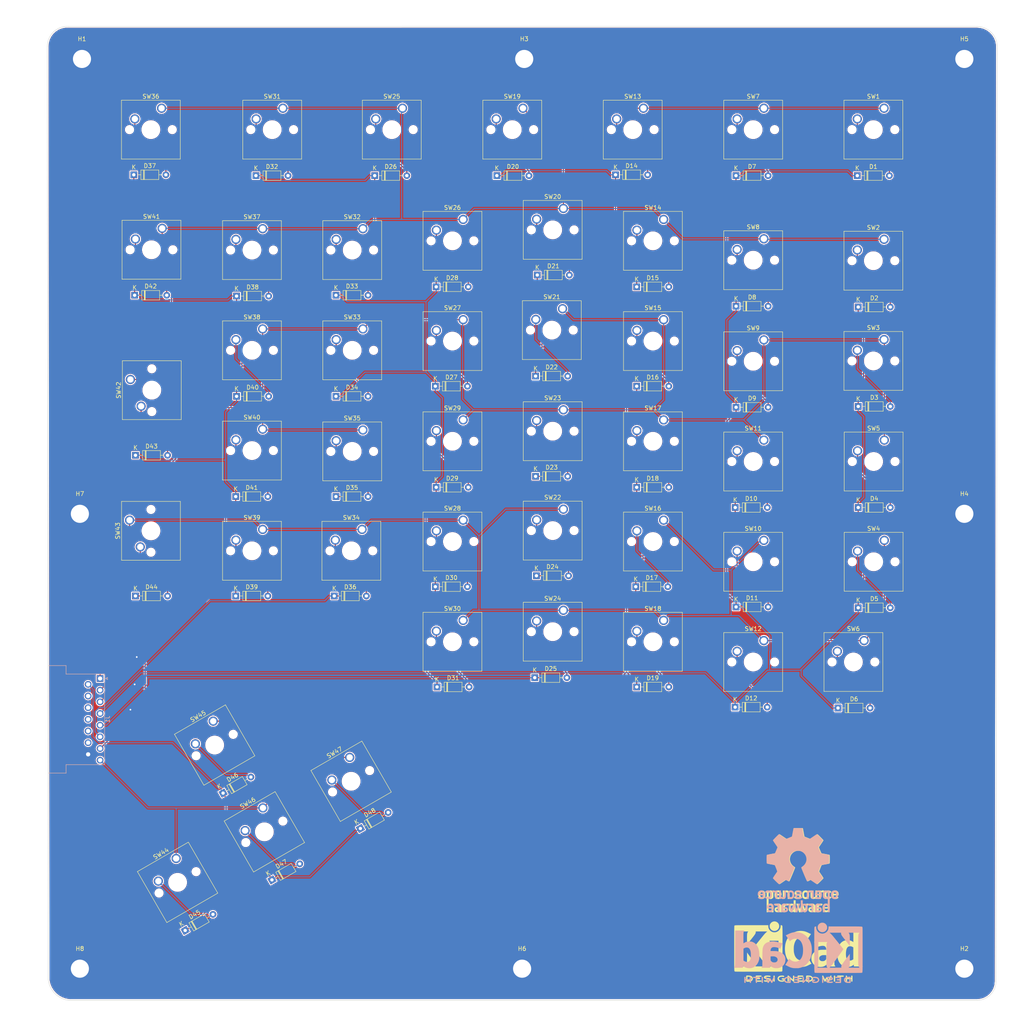
<source format=kicad_pcb>
(kicad_pcb (version 20171130) (host pcbnew 5.1.6-c6e7f7d~87~ubuntu20.04.1)
  (layers (0 F.Cu signal) (31 B.Cu signal) (34 B.Paste user) (35 F.Paste user) (36 B.SilkS user) (37 F.SilkS user) (38 B.Mask user) (39 F.Mask user) (44 Edge.Cuts user))
  (net 0 "")
  (net 1 COL1+2)
  (net 2 "Net-(D1-Pad2)")
  (net 3 "Net-(D2-Pad2)")
  (net 4 "Net-(D3-Pad2)")
  (net 5 "Net-(D4-Pad2)")
  (net 6 "Net-(D5-Pad2)")
  (net 7 "Net-(D6-Pad2)")
  (net 8 "Net-(D7-Pad2)")
  (net 9 "Net-(D8-Pad2)")
  (net 10 "Net-(D9-Pad2)")
  (net 11 "Net-(D10-Pad2)")
  (net 12 "Net-(D11-Pad2)")
  (net 13 "Net-(D12-Pad2)")
  (net 14 "Net-(D14-Pad2)")
  (net 15 COL3+4)
  (net 16 "Net-(D15-Pad2)")
  (net 17 "Net-(D16-Pad2)")
  (net 18 "Net-(D17-Pad2)")
  (net 19 "Net-(D18-Pad2)")
  (net 20 "Net-(D19-Pad2)")
  (net 21 "Net-(D20-Pad2)")
  (net 22 "Net-(D21-Pad2)")
  (net 23 "Net-(D22-Pad2)")
  (net 24 "Net-(D23-Pad2)")
  (net 25 "Net-(D24-Pad2)")
  (net 26 "Net-(D25-Pad2)")
  (net 27 "Net-(D26-Pad2)")
  (net 28 COL5+6)
  (net 29 "Net-(D27-Pad2)")
  (net 30 "Net-(D28-Pad2)")
  (net 31 "Net-(D29-Pad2)")
  (net 32 "Net-(D30-Pad2)")
  (net 33 "Net-(D31-Pad2)")
  (net 34 "Net-(D32-Pad2)")
  (net 35 "Net-(D33-Pad2)")
  (net 36 "Net-(D34-Pad2)")
  (net 37 "Net-(D35-Pad2)")
  (net 38 "Net-(D36-Pad2)")
  (net 39 COL7+8)
  (net 40 "Net-(D37-Pad2)")
  (net 41 "Net-(D38-Pad2)")
  (net 42 "Net-(D39-Pad2)")
  (net 43 "Net-(D40-Pad2)")
  (net 44 "Net-(D41-Pad2)")
  (net 45 "Net-(D42-Pad2)")
  (net 46 "Net-(D43-Pad2)")
  (net 47 "Net-(D44-Pad2)")
  (net 48 arrowsC)
  (net 49 "Net-(D45-Pad2)")
  (net 50 "Net-(D46-Pad2)")
  (net 51 "Net-(D47-Pad2)")
  (net 52 "Net-(D48-Pad2)")
  (net 53 /ROW1+2)
  (net 54 /ROW3+4)
  (net 55 /ROW5+6)
  (net 56 arrowsR)
  (net 57 GND)
  (module Symbol:OSHW-Logo_19x20mm_SilkScreen (layer B.Cu) (at 203.5 224.1 180)
    (fp_text reference REF** hide)
    (fp_text value OSHW-Logo_19x20mm_SilkScreen hide)
  )
  (module Symbol:OSHW-Logo_19x20mm_SilkScreen (layer F.Cu) (at 203.6 224.1)
    (fp_text reference REF** hide)
    (fp_text value OSHW-Logo_19x20mm_SilkScreen hide)
  )
  (module Symbol:KiCad-Logo2_12mm_SilkScreen (layer B.Cu) (at 203.6 242.5 180)
    (fp_text reference REF** hide)
    (fp_text value KiCad-Logo2_12mm_SilkScreen hide)
  )
  (module Symbol:KiCad-Logo2_12mm_SilkScreen (layer F.Cu) (at 203.6 242.2)
    (fp_text reference REF** hide)
    (fp_text value KiCad-Logo2_12mm_SilkScreen hide)
  )
  (module Connector_Dsub:DSUB-15_Female_Horizontal_P2.77x2.84mm_EdgePinOffset9.40mm (layer B.Cu) (at 37.8 178.6 90)
    (fp_text reference J1 (at -9.695 1.8 270) (layer B.SilkS) (effects (justify mirror)))
    (fp_text value DB15_Female)
    (pad 1 thru_hole rect (at 0 0 90) (size 1.6 1.6) (drill 1) (layers *.Cu *.Mask) (net 53 /ROW1+2))
    (pad 2 thru_hole circle (at -2.77 0 90) (size 1.6 1.6) (drill 1) (layers *.Cu *.Mask) (net 54 /ROW3+4))
    (pad 3 thru_hole circle (at -5.54 0 90) (size 1.6 1.6) (drill 1) (layers *.Cu *.Mask) (net 55 /ROW5+6))
    (pad 4 thru_hole circle (at -8.31 0 90) (size 1.6 1.6) (drill 1) (layers *.Cu *.Mask) (net 1 COL1+2))
    (pad 5 thru_hole circle (at -11.08 0 90) (size 1.6 1.6) (drill 1) (layers *.Cu *.Mask) (net 15 COL3+4))
    (pad 6 thru_hole circle (at -13.85 0 90) (size 1.6 1.6) (drill 1) (layers *.Cu *.Mask) (net 28 COL5+6))
    (pad 7 thru_hole circle (at -16.62 0 90) (size 1.6 1.6) (drill 1) (layers *.Cu *.Mask) (net 39 COL7+8))
    (pad 8 thru_hole circle (at -19.39 0 90) (size 1.6 1.6) (drill 1) (layers *.Cu *.Mask) (net 56 arrowsR))
    (pad 9 thru_hole circle (at -1.385 -2.84 90) (size 1.6 1.6) (drill 1) (layers *.Cu *.Mask) (net 48 arrowsC))
    (pad 10 thru_hole circle (at -4.155 -2.84 90) (size 1.6 1.6) (drill 1) (layers *.Cu *.Mask))
    (pad 11 thru_hole circle (at -6.925 -2.84 90) (size 1.6 1.6) (drill 1) (layers *.Cu *.Mask))
    (pad 12 thru_hole circle (at -9.695 -2.84 90) (size 1.6 1.6) (drill 1) (layers *.Cu *.Mask))
    (pad 13 thru_hole circle (at -12.465 -2.84 90) (size 1.6 1.6) (drill 1) (layers *.Cu *.Mask))
    (pad 14 thru_hole circle (at -15.235 -2.84 90) (size 1.6 1.6) (drill 1) (layers *.Cu *.Mask))
    (pad 15 thru_hole circle (at -18.005 -2.84 90) (size 1.6 1.6) (drill 1) (layers *.Cu *.Mask) (net 57 GND))
  )
  (module Diode_THT:D_DO-35_SOD27_P7.62mm_Horizontal (layer F.Cu) (at 217.58 59.2)
    (fp_text reference D1 (at 3.81 -2.12) (layer F.SilkS))
    (fp_text value 1N4148)
    (fp_text user K (at 0 -1.8) (layer F.SilkS))
    (pad 1 thru_hole rect (at 0 0) (size 1.6 1.6) (drill 0.8) (layers *.Cu *.Mask) (net 1 COL1+2))
    (pad 2 thru_hole oval (at 7.62 0) (size 1.6 1.6) (drill 0.8) (layers *.Cu *.Mask) (net 2 "Net-(D1-Pad2)"))
  )
  (module Diode_THT:D_DO-35_SOD27_P7.62mm_Horizontal (layer F.Cu) (at 217.8 90.4)
    (fp_text reference D2 (at 3.81 -2.12) (layer F.SilkS))
    (fp_text value 1N4148)
    (fp_text user K (at 0 -1.8) (layer F.SilkS))
    (pad 1 thru_hole rect (at 0 0) (size 1.6 1.6) (drill 0.8) (layers *.Cu *.Mask) (net 1 COL1+2))
    (pad 2 thru_hole oval (at 7.62 0) (size 1.6 1.6) (drill 0.8) (layers *.Cu *.Mask) (net 3 "Net-(D2-Pad2)"))
  )
  (module Diode_THT:D_DO-35_SOD27_P7.62mm_Horizontal (layer F.Cu) (at 217.8 114)
    (fp_text reference D3 (at 3.81 -2.12) (layer F.SilkS))
    (fp_text value 1N4148)
    (fp_text user K (at 0 -1.8) (layer F.SilkS))
    (pad 2 thru_hole oval (at 7.62 0) (size 1.6 1.6) (drill 0.8) (layers *.Cu *.Mask) (net 4 "Net-(D3-Pad2)"))
    (pad 1 thru_hole rect (at 0 0) (size 1.6 1.6) (drill 0.8) (layers *.Cu *.Mask) (net 1 COL1+2))
  )
  (module Diode_THT:D_DO-35_SOD27_P7.62mm_Horizontal (layer F.Cu) (at 217.8 138)
    (fp_text reference D4 (at 3.81 -2.12) (layer F.SilkS))
    (fp_text value 1N4148)
    (fp_text user K (at 0 -1.8) (layer F.SilkS))
    (pad 2 thru_hole oval (at 7.62 0) (size 1.6 1.6) (drill 0.8) (layers *.Cu *.Mask) (net 5 "Net-(D4-Pad2)"))
    (pad 1 thru_hole rect (at 0 0) (size 1.6 1.6) (drill 0.8) (layers *.Cu *.Mask) (net 1 COL1+2))
  )
  (module Diode_THT:D_DO-35_SOD27_P7.62mm_Horizontal (layer F.Cu) (at 217.8 161.8)
    (fp_text reference D5 (at 3.81 -2.12) (layer F.SilkS))
    (fp_text value 1N4148)
    (fp_text user K (at 0 -1.8) (layer F.SilkS))
    (pad 2 thru_hole oval (at 7.62 0) (size 1.6 1.6) (drill 0.8) (layers *.Cu *.Mask) (net 6 "Net-(D5-Pad2)"))
    (pad 1 thru_hole rect (at 0 0) (size 1.6 1.6) (drill 0.8) (layers *.Cu *.Mask) (net 1 COL1+2))
  )
  (module Diode_THT:D_DO-35_SOD27_P7.62mm_Horizontal (layer F.Cu) (at 213 185.6)
    (fp_text reference D6 (at 3.81 -2.12) (layer F.SilkS))
    (fp_text value 1N4148)
    (fp_text user K (at 0 -1.8) (layer F.SilkS))
    (pad 2 thru_hole oval (at 7.62 0) (size 1.6 1.6) (drill 0.8) (layers *.Cu *.Mask) (net 7 "Net-(D6-Pad2)"))
    (pad 1 thru_hole rect (at 0 0) (size 1.6 1.6) (drill 0.8) (layers *.Cu *.Mask) (net 1 COL1+2))
  )
  (module Diode_THT:D_DO-35_SOD27_P7.62mm_Horizontal (layer F.Cu) (at 188.78 59.2)
    (fp_text reference D7 (at 3.81 -2.12) (layer F.SilkS))
    (fp_text value 1N4148)
    (fp_text user K (at 0 -1.8) (layer F.SilkS))
    (pad 2 thru_hole oval (at 7.62 0) (size 1.6 1.6) (drill 0.8) (layers *.Cu *.Mask) (net 8 "Net-(D7-Pad2)"))
    (pad 1 thru_hole rect (at 0 0) (size 1.6 1.6) (drill 0.8) (layers *.Cu *.Mask) (net 1 COL1+2))
  )
  (module Diode_THT:D_DO-35_SOD27_P7.62mm_Horizontal (layer F.Cu) (at 188.8 90.2)
    (fp_text reference D8 (at 3.81 -2.12) (layer F.SilkS))
    (fp_text value 1N4148)
    (fp_text user K (at 0 -1.8) (layer F.SilkS))
    (pad 1 thru_hole rect (at 0 0) (size 1.6 1.6) (drill 0.8) (layers *.Cu *.Mask) (net 1 COL1+2))
    (pad 2 thru_hole oval (at 7.62 0) (size 1.6 1.6) (drill 0.8) (layers *.Cu *.Mask) (net 9 "Net-(D8-Pad2)"))
  )
  (module Diode_THT:D_DO-35_SOD27_P7.62mm_Horizontal (layer F.Cu) (at 188.8 114.2)
    (fp_text reference D9 (at 3.81 -2.12) (layer F.SilkS))
    (fp_text value 1N4148)
    (fp_text user K (at 0 -1.8) (layer F.SilkS))
    (pad 1 thru_hole rect (at 0 0) (size 1.6 1.6) (drill 0.8) (layers *.Cu *.Mask) (net 1 COL1+2))
    (pad 2 thru_hole oval (at 7.62 0) (size 1.6 1.6) (drill 0.8) (layers *.Cu *.Mask) (net 10 "Net-(D9-Pad2)"))
  )
  (module Diode_THT:D_DO-35_SOD27_P7.62mm_Horizontal (layer F.Cu) (at 188.6 138)
    (fp_text reference D10 (at 3.81 -2.12) (layer F.SilkS))
    (fp_text value 1N4148)
    (fp_text user K (at 0 -1.8) (layer F.SilkS))
    (pad 1 thru_hole rect (at 0 0) (size 1.6 1.6) (drill 0.8) (layers *.Cu *.Mask) (net 1 COL1+2))
    (pad 2 thru_hole oval (at 7.62 0) (size 1.6 1.6) (drill 0.8) (layers *.Cu *.Mask) (net 11 "Net-(D10-Pad2)"))
  )
  (module Diode_THT:D_DO-35_SOD27_P7.62mm_Horizontal (layer F.Cu) (at 188.8 161.6)
    (fp_text reference D11 (at 3.81 -2.12) (layer F.SilkS))
    (fp_text value 1N4148)
    (fp_text user K (at 0 -1.8) (layer F.SilkS))
    (pad 1 thru_hole rect (at 0 0) (size 1.6 1.6) (drill 0.8) (layers *.Cu *.Mask) (net 1 COL1+2))
    (pad 2 thru_hole oval (at 7.62 0) (size 1.6 1.6) (drill 0.8) (layers *.Cu *.Mask) (net 12 "Net-(D11-Pad2)"))
  )
  (module Diode_THT:D_DO-35_SOD27_P7.62mm_Horizontal (layer F.Cu) (at 188.58 185.4)
    (fp_text reference D12 (at 3.81 -2.12) (layer F.SilkS))
    (fp_text value 1N4148)
    (fp_text user K (at 0 -1.8) (layer F.SilkS))
    (pad 1 thru_hole rect (at 0 0) (size 1.6 1.6) (drill 0.8) (layers *.Cu *.Mask) (net 1 COL1+2))
    (pad 2 thru_hole oval (at 7.62 0) (size 1.6 1.6) (drill 0.8) (layers *.Cu *.Mask) (net 13 "Net-(D12-Pad2)"))
  )
  (module Diode_THT:D_DO-35_SOD27_P7.62mm_Horizontal (layer F.Cu) (at 160.18 59)
    (fp_text reference D14 (at 3.81 -2.12) (layer F.SilkS))
    (fp_text value 1N4148)
    (fp_text user K (at 0 -1.8) (layer F.SilkS))
    (pad 2 thru_hole oval (at 7.62 0) (size 1.6 1.6) (drill 0.8) (layers *.Cu *.Mask) (net 14 "Net-(D14-Pad2)"))
    (pad 1 thru_hole rect (at 0 0) (size 1.6 1.6) (drill 0.8) (layers *.Cu *.Mask) (net 15 COL3+4))
  )
  (module Diode_THT:D_DO-35_SOD27_P7.62mm_Horizontal (layer F.Cu) (at 165.2 85.6)
    (fp_text reference D15 (at 3.81 -2.12) (layer F.SilkS))
    (fp_text value 1N4148)
    (fp_text user K (at 0 -1.8) (layer F.SilkS))
    (pad 1 thru_hole rect (at 0 0) (size 1.6 1.6) (drill 0.8) (layers *.Cu *.Mask) (net 15 COL3+4))
    (pad 2 thru_hole oval (at 7.62 0) (size 1.6 1.6) (drill 0.8) (layers *.Cu *.Mask) (net 16 "Net-(D15-Pad2)"))
  )
  (module Diode_THT:D_DO-35_SOD27_P7.62mm_Horizontal (layer F.Cu) (at 165.2 109.2)
    (fp_text reference D16 (at 3.81 -2.12) (layer F.SilkS))
    (fp_text value 1N4148)
    (fp_text user K (at 0 -1.8) (layer F.SilkS))
    (pad 2 thru_hole oval (at 7.62 0) (size 1.6 1.6) (drill 0.8) (layers *.Cu *.Mask) (net 17 "Net-(D16-Pad2)"))
    (pad 1 thru_hole rect (at 0 0) (size 1.6 1.6) (drill 0.8) (layers *.Cu *.Mask) (net 15 COL3+4))
  )
  (module Diode_THT:D_DO-35_SOD27_P7.62mm_Horizontal (layer F.Cu) (at 164.98 156.8)
    (fp_text reference D17 (at 3.81 -2.12) (layer F.SilkS))
    (fp_text value 1N4148)
    (fp_text user K (at 0 -1.8) (layer F.SilkS))
    (pad 1 thru_hole rect (at 0 0) (size 1.6 1.6) (drill 0.8) (layers *.Cu *.Mask) (net 15 COL3+4))
    (pad 2 thru_hole oval (at 7.62 0) (size 1.6 1.6) (drill 0.8) (layers *.Cu *.Mask) (net 18 "Net-(D17-Pad2)"))
  )
  (module Diode_THT:D_DO-35_SOD27_P7.62mm_Horizontal (layer F.Cu) (at 165.2 133.2)
    (fp_text reference D18 (at 3.81 -2.12) (layer F.SilkS))
    (fp_text value 1N4148)
    (fp_text user K (at 0 -1.8) (layer F.SilkS))
    (pad 1 thru_hole rect (at 0 0) (size 1.6 1.6) (drill 0.8) (layers *.Cu *.Mask) (net 15 COL3+4))
    (pad 2 thru_hole oval (at 7.62 0) (size 1.6 1.6) (drill 0.8) (layers *.Cu *.Mask) (net 19 "Net-(D18-Pad2)"))
  )
  (module Diode_THT:D_DO-35_SOD27_P7.62mm_Horizontal (layer F.Cu) (at 165.2 180.6)
    (fp_text reference D19 (at 3.81 -2.12) (layer F.SilkS))
    (fp_text value 1N4148)
    (fp_text user K (at 0 -1.8) (layer F.SilkS))
    (pad 1 thru_hole rect (at 0 0) (size 1.6 1.6) (drill 0.8) (layers *.Cu *.Mask) (net 15 COL3+4))
    (pad 2 thru_hole oval (at 7.62 0) (size 1.6 1.6) (drill 0.8) (layers *.Cu *.Mask) (net 20 "Net-(D19-Pad2)"))
  )
  (module Diode_THT:D_DO-35_SOD27_P7.62mm_Horizontal (layer F.Cu) (at 132 59.2)
    (fp_text reference D20 (at 3.81 -2.12) (layer F.SilkS))
    (fp_text value 1N4148)
    (fp_text user K (at 0 -1.8) (layer F.SilkS))
    (pad 1 thru_hole rect (at 0 0) (size 1.6 1.6) (drill 0.8) (layers *.Cu *.Mask) (net 15 COL3+4))
    (pad 2 thru_hole oval (at 7.62 0) (size 1.6 1.6) (drill 0.8) (layers *.Cu *.Mask) (net 21 "Net-(D20-Pad2)"))
  )
  (module Diode_THT:D_DO-35_SOD27_P7.62mm_Horizontal (layer F.Cu) (at 141.6 82.8)
    (fp_text reference D21 (at 3.81 -2.12) (layer F.SilkS))
    (fp_text value 1N4148)
    (fp_text user K (at 0 -1.8) (layer F.SilkS))
    (pad 2 thru_hole oval (at 7.62 0) (size 1.6 1.6) (drill 0.8) (layers *.Cu *.Mask) (net 22 "Net-(D21-Pad2)"))
    (pad 1 thru_hole rect (at 0 0) (size 1.6 1.6) (drill 0.8) (layers *.Cu *.Mask) (net 15 COL3+4))
  )
  (module Diode_THT:D_DO-35_SOD27_P7.62mm_Horizontal (layer F.Cu) (at 141.2 106.8)
    (fp_text reference D22 (at 3.81 -2.12) (layer F.SilkS))
    (fp_text value 1N4148)
    (fp_text user K (at 0 -1.8) (layer F.SilkS))
    (pad 2 thru_hole oval (at 7.62 0) (size 1.6 1.6) (drill 0.8) (layers *.Cu *.Mask) (net 23 "Net-(D22-Pad2)"))
    (pad 1 thru_hole rect (at 0 0) (size 1.6 1.6) (drill 0.8) (layers *.Cu *.Mask) (net 15 COL3+4))
  )
  (module Diode_THT:D_DO-35_SOD27_P7.62mm_Horizontal (layer F.Cu) (at 141.2 130.6)
    (fp_text reference D23 (at 3.81 -2.12) (layer F.SilkS))
    (fp_text value 1N4148)
    (fp_text user K (at 0 -1.8) (layer F.SilkS))
    (pad 1 thru_hole rect (at 0 0) (size 1.6 1.6) (drill 0.8) (layers *.Cu *.Mask) (net 15 COL3+4))
    (pad 2 thru_hole oval (at 7.62 0) (size 1.6 1.6) (drill 0.8) (layers *.Cu *.Mask) (net 24 "Net-(D23-Pad2)"))
  )
  (module Diode_THT:D_DO-35_SOD27_P7.62mm_Horizontal (layer F.Cu) (at 141.4 154.2)
    (fp_text reference D24 (at 3.81 -2.12) (layer F.SilkS))
    (fp_text value 1N4148)
    (fp_text user K (at 0 -1.8) (layer F.SilkS))
    (pad 2 thru_hole oval (at 7.62 0) (size 1.6 1.6) (drill 0.8) (layers *.Cu *.Mask) (net 25 "Net-(D24-Pad2)"))
    (pad 1 thru_hole rect (at 0 0) (size 1.6 1.6) (drill 0.8) (layers *.Cu *.Mask) (net 15 COL3+4))
  )
  (module Diode_THT:D_DO-35_SOD27_P7.62mm_Horizontal (layer F.Cu) (at 141 178.4)
    (fp_text reference D25 (at 3.81 -2.12) (layer F.SilkS))
    (fp_text value 1N4148)
    (fp_text user K (at 0 -1.8) (layer F.SilkS))
    (pad 1 thru_hole rect (at 0 0) (size 1.6 1.6) (drill 0.8) (layers *.Cu *.Mask) (net 15 COL3+4))
    (pad 2 thru_hole oval (at 7.62 0) (size 1.6 1.6) (drill 0.8) (layers *.Cu *.Mask) (net 26 "Net-(D25-Pad2)"))
  )
  (module Diode_THT:D_DO-35_SOD27_P7.62mm_Horizontal (layer F.Cu) (at 103 59.2)
    (fp_text reference D26 (at 3.81 -2.12) (layer F.SilkS))
    (fp_text value 1N4148)
    (fp_text user K (at 0 -1.8) (layer F.SilkS))
    (pad 2 thru_hole oval (at 7.62 0) (size 1.6 1.6) (drill 0.8) (layers *.Cu *.Mask) (net 27 "Net-(D26-Pad2)"))
    (pad 1 thru_hole rect (at 0 0) (size 1.6 1.6) (drill 0.8) (layers *.Cu *.Mask) (net 28 COL5+6))
  )
  (module Diode_THT:D_DO-35_SOD27_P7.62mm_Horizontal (layer F.Cu) (at 117.4 109.2)
    (fp_text reference D27 (at 3.81 -2.12) (layer F.SilkS))
    (fp_text value 1N4148)
    (fp_text user K (at 0 -1.8) (layer F.SilkS))
    (pad 2 thru_hole oval (at 7.62 0) (size 1.6 1.6) (drill 0.8) (layers *.Cu *.Mask) (net 29 "Net-(D27-Pad2)"))
    (pad 1 thru_hole rect (at 0 0) (size 1.6 1.6) (drill 0.8) (layers *.Cu *.Mask) (net 28 COL5+6))
  )
  (module Diode_THT:D_DO-35_SOD27_P7.62mm_Horizontal (layer F.Cu) (at 117.6 85.6)
    (fp_text reference D28 (at 3.81 -2.12) (layer F.SilkS))
    (fp_text value 1N4148)
    (fp_text user K (at 0 -1.8) (layer F.SilkS))
    (pad 1 thru_hole rect (at 0 0) (size 1.6 1.6) (drill 0.8) (layers *.Cu *.Mask) (net 28 COL5+6))
    (pad 2 thru_hole oval (at 7.62 0) (size 1.6 1.6) (drill 0.8) (layers *.Cu *.Mask) (net 30 "Net-(D28-Pad2)"))
  )
  (module Diode_THT:D_DO-35_SOD27_P7.62mm_Horizontal (layer F.Cu) (at 117.6 133.2)
    (fp_text reference D29 (at 3.81 -2.12) (layer F.SilkS))
    (fp_text value 1N4148)
    (fp_text user K (at 0 -1.8) (layer F.SilkS))
    (pad 2 thru_hole oval (at 7.62 0) (size 1.6 1.6) (drill 0.8) (layers *.Cu *.Mask) (net 31 "Net-(D29-Pad2)"))
    (pad 1 thru_hole rect (at 0 0) (size 1.6 1.6) (drill 0.8) (layers *.Cu *.Mask) (net 28 COL5+6))
  )
  (module Diode_THT:D_DO-35_SOD27_P7.62mm_Horizontal (layer F.Cu) (at 117.4 156.8)
    (fp_text reference D30 (at 3.81 -2.12) (layer F.SilkS))
    (fp_text value 1N4148)
    (fp_text user K (at 0 -1.8) (layer F.SilkS))
    (pad 2 thru_hole oval (at 7.62 0) (size 1.6 1.6) (drill 0.8) (layers *.Cu *.Mask) (net 32 "Net-(D30-Pad2)"))
    (pad 1 thru_hole rect (at 0 0) (size 1.6 1.6) (drill 0.8) (layers *.Cu *.Mask) (net 28 COL5+6))
  )
  (module Diode_THT:D_DO-35_SOD27_P7.62mm_Horizontal (layer F.Cu) (at 117.8 180.6)
    (fp_text reference D31 (at 3.81 -2.12) (layer F.SilkS))
    (fp_text value 1N4148)
    (fp_text user K (at 0 -1.8) (layer F.SilkS))
    (pad 1 thru_hole rect (at 0 0) (size 1.6 1.6) (drill 0.8) (layers *.Cu *.Mask) (net 28 COL5+6))
    (pad 2 thru_hole oval (at 7.62 0) (size 1.6 1.6) (drill 0.8) (layers *.Cu *.Mask) (net 33 "Net-(D31-Pad2)"))
  )
  (module Diode_THT:D_DO-35_SOD27_P7.62mm_Horizontal (layer F.Cu) (at 74.8 59.2)
    (fp_text reference D32 (at 3.81 -2.12) (layer F.SilkS))
    (fp_text value 1N4148)
    (fp_text user K (at 0 -1.8) (layer F.SilkS))
    (pad 1 thru_hole rect (at 0 0) (size 1.6 1.6) (drill 0.8) (layers *.Cu *.Mask) (net 28 COL5+6))
    (pad 2 thru_hole oval (at 7.62 0) (size 1.6 1.6) (drill 0.8) (layers *.Cu *.Mask) (net 34 "Net-(D32-Pad2)"))
  )
  (module Diode_THT:D_DO-35_SOD27_P7.62mm_Horizontal (layer F.Cu) (at 93.8 87.6)
    (fp_text reference D33 (at 3.81 -2.12) (layer F.SilkS))
    (fp_text value 1N4148)
    (fp_text user K (at 0 -1.8) (layer F.SilkS))
    (pad 2 thru_hole oval (at 7.62 0) (size 1.6 1.6) (drill 0.8) (layers *.Cu *.Mask) (net 35 "Net-(D33-Pad2)"))
    (pad 1 thru_hole rect (at 0 0) (size 1.6 1.6) (drill 0.8) (layers *.Cu *.Mask) (net 28 COL5+6))
  )
  (module Diode_THT:D_DO-35_SOD27_P7.62mm_Horizontal (layer F.Cu) (at 93.8 111.6)
    (fp_text reference D34 (at 3.81 -2.12) (layer F.SilkS))
    (fp_text value 1N4148)
    (fp_text user K (at 0 -1.8) (layer F.SilkS))
    (pad 1 thru_hole rect (at 0 0) (size 1.6 1.6) (drill 0.8) (layers *.Cu *.Mask) (net 28 COL5+6))
    (pad 2 thru_hole oval (at 7.62 0) (size 1.6 1.6) (drill 0.8) (layers *.Cu *.Mask) (net 36 "Net-(D34-Pad2)"))
  )
  (module Diode_THT:D_DO-35_SOD27_P7.62mm_Horizontal (layer F.Cu) (at 93.8 135.4)
    (fp_text reference D35 (at 3.81 -2.12) (layer F.SilkS))
    (fp_text value 1N4148)
    (fp_text user K (at 0 -1.8) (layer F.SilkS))
    (pad 2 thru_hole oval (at 7.62 0) (size 1.6 1.6) (drill 0.8) (layers *.Cu *.Mask) (net 37 "Net-(D35-Pad2)"))
    (pad 1 thru_hole rect (at 0 0) (size 1.6 1.6) (drill 0.8) (layers *.Cu *.Mask) (net 28 COL5+6))
  )
  (module Diode_THT:D_DO-35_SOD27_P7.62mm_Horizontal (layer F.Cu) (at 93.4 159)
    (fp_text reference D36 (at 3.81 -2.12) (layer F.SilkS))
    (fp_text value 1N4148)
    (fp_text user K (at 0 -1.8) (layer F.SilkS))
    (pad 1 thru_hole rect (at 0 0) (size 1.6 1.6) (drill 0.8) (layers *.Cu *.Mask) (net 28 COL5+6))
    (pad 2 thru_hole oval (at 7.62 0) (size 1.6 1.6) (drill 0.8) (layers *.Cu *.Mask) (net 38 "Net-(D36-Pad2)"))
  )
  (module Diode_THT:D_DO-35_SOD27_P7.62mm_Horizontal (layer F.Cu) (at 45.8 59)
    (fp_text reference D37 (at 3.81 -2.12) (layer F.SilkS))
    (fp_text value 1N4148)
    (fp_text user K (at 0 -1.8) (layer F.SilkS))
    (pad 1 thru_hole rect (at 0 0) (size 1.6 1.6) (drill 0.8) (layers *.Cu *.Mask) (net 39 COL7+8))
    (pad 2 thru_hole oval (at 7.62 0) (size 1.6 1.6) (drill 0.8) (layers *.Cu *.Mask) (net 40 "Net-(D37-Pad2)"))
  )
  (module Diode_THT:D_DO-35_SOD27_P7.62mm_Horizontal (layer F.Cu) (at 70.2 87.8)
    (fp_text reference D38 (at 3.81 -2.12) (layer F.SilkS))
    (fp_text value 1N4148)
    (fp_text user K (at 0 -1.8) (layer F.SilkS))
    (pad 2 thru_hole oval (at 7.62 0) (size 1.6 1.6) (drill 0.8) (layers *.Cu *.Mask) (net 41 "Net-(D38-Pad2)"))
    (pad 1 thru_hole rect (at 0 0) (size 1.6 1.6) (drill 0.8) (layers *.Cu *.Mask) (net 39 COL7+8))
  )
  (module Diode_THT:D_DO-35_SOD27_P7.62mm_Horizontal (layer F.Cu) (at 70 159)
    (fp_text reference D39 (at 3.81 -2.12) (layer F.SilkS))
    (fp_text value 1N4148)
    (fp_text user K (at 0 -1.8) (layer F.SilkS))
    (pad 2 thru_hole oval (at 7.62 0) (size 1.6 1.6) (drill 0.8) (layers *.Cu *.Mask) (net 42 "Net-(D39-Pad2)"))
    (pad 1 thru_hole rect (at 0 0) (size 1.6 1.6) (drill 0.8) (layers *.Cu *.Mask) (net 39 COL7+8))
  )
  (module Diode_THT:D_DO-35_SOD27_P7.62mm_Horizontal (layer F.Cu) (at 70.2 111.6)
    (fp_text reference D40 (at 3.81 -2.12) (layer F.SilkS))
    (fp_text value 1N4148)
    (fp_text user K (at 0 -1.8) (layer F.SilkS))
    (pad 2 thru_hole oval (at 7.62 0) (size 1.6 1.6) (drill 0.8) (layers *.Cu *.Mask) (net 43 "Net-(D40-Pad2)"))
    (pad 1 thru_hole rect (at 0 0) (size 1.6 1.6) (drill 0.8) (layers *.Cu *.Mask) (net 39 COL7+8))
  )
  (module Diode_THT:D_DO-35_SOD27_P7.62mm_Horizontal (layer F.Cu) (at 70 135.4)
    (fp_text reference D41 (at 3.81 -2.12) (layer F.SilkS))
    (fp_text value 1N4148)
    (fp_text user K (at 0 -1.8) (layer F.SilkS))
    (pad 1 thru_hole rect (at 0 0) (size 1.6 1.6) (drill 0.8) (layers *.Cu *.Mask) (net 39 COL7+8))
    (pad 2 thru_hole oval (at 7.62 0) (size 1.6 1.6) (drill 0.8) (layers *.Cu *.Mask) (net 44 "Net-(D41-Pad2)"))
  )
  (module Diode_THT:D_DO-35_SOD27_P7.62mm_Horizontal (layer F.Cu) (at 46 87.6)
    (fp_text reference D42 (at 3.81 -2.12) (layer F.SilkS))
    (fp_text value 1N4148)
    (fp_text user K (at 0 -1.8) (layer F.SilkS))
    (pad 2 thru_hole oval (at 7.62 0) (size 1.6 1.6) (drill 0.8) (layers *.Cu *.Mask) (net 45 "Net-(D42-Pad2)"))
    (pad 1 thru_hole rect (at 0 0) (size 1.6 1.6) (drill 0.8) (layers *.Cu *.Mask) (net 39 COL7+8))
  )
  (module Diode_THT:D_DO-35_SOD27_P7.62mm_Horizontal (layer F.Cu) (at 46.2 125.6)
    (fp_text reference D43 (at 3.81 -2.12) (layer F.SilkS))
    (fp_text value 1N4148)
    (fp_text user K (at 0 -1.8) (layer F.SilkS))
    (pad 1 thru_hole rect (at 0 0) (size 1.6 1.6) (drill 0.8) (layers *.Cu *.Mask) (net 39 COL7+8))
    (pad 2 thru_hole oval (at 7.62 0) (size 1.6 1.6) (drill 0.8) (layers *.Cu *.Mask) (net 46 "Net-(D43-Pad2)"))
  )
  (module Diode_THT:D_DO-35_SOD27_P7.62mm_Horizontal (layer F.Cu) (at 46.2 159)
    (fp_text reference D44 (at 3.81 -2.12) (layer F.SilkS))
    (fp_text value 1N4148)
    (fp_text user K (at 0 -1.8) (layer F.SilkS))
    (pad 2 thru_hole oval (at 7.62 0) (size 1.6 1.6) (drill 0.8) (layers *.Cu *.Mask) (net 47 "Net-(D44-Pad2)"))
    (pad 1 thru_hole rect (at 0 0) (size 1.6 1.6) (drill 0.8) (layers *.Cu *.Mask) (net 39 COL7+8))
  )
  (module Diode_THT:D_DO-35_SOD27_P7.62mm_Horizontal (layer F.Cu) (at 58.0009 238.41 30)
    (fp_text reference D45 (at 3.81 -2.12 30) (layer F.SilkS))
    (fp_text value 1N4148)
    (fp_text user K (at 0 -1.8 30) (layer F.SilkS))
    (pad 1 thru_hole rect (at 0 0 30) (size 1.6 1.6) (drill 0.8) (layers *.Cu *.Mask) (net 48 arrowsC))
    (pad 2 thru_hole oval (at 7.62 0 30) (size 1.6 1.6) (drill 0.8) (layers *.Cu *.Mask) (net 49 "Net-(D45-Pad2)"))
  )
  (module Diode_THT:D_DO-35_SOD27_P7.62mm_Horizontal (layer F.Cu) (at 67.0009 205.81 30)
    (fp_text reference D46 (at 3.81 -2.12 30) (layer F.SilkS))
    (fp_text value 1N4148)
    (fp_text user K (at 0 -1.8 30) (layer F.SilkS))
    (pad 2 thru_hole oval (at 7.62 0 60) (size 1.6 1.6) (drill 0.8) (layers *.Cu *.Mask) (net 50 "Net-(D46-Pad2)"))
    (pad 1 thru_hole rect (at 0 0 30) (size 1.6 1.6) (drill 0.8) (layers *.Cu *.Mask) (net 48 arrowsC))
  )
  (module Diode_THT:D_DO-35_SOD27_P7.62mm_Horizontal (layer F.Cu) (at 78.6009 226.41 30)
    (fp_text reference D47 (at 3.81 -2.12 30) (layer F.SilkS))
    (fp_text value 1N4148)
    (fp_text user K (at 0 -1.8 30) (layer F.SilkS))
    (pad 2 thru_hole oval (at 7.62 0 30) (size 1.6 1.6) (drill 0.8) (layers *.Cu *.Mask) (net 51 "Net-(D47-Pad2)"))
    (pad 1 thru_hole rect (at 0 0 30) (size 1.6 1.6) (drill 0.8) (layers *.Cu *.Mask) (net 48 arrowsC))
  )
  (module Diode_THT:D_DO-35_SOD27_P7.62mm_Horizontal (layer F.Cu) (at 99.6009 214.21 30)
    (fp_text reference D48 (at 3.81 -2.12 30) (layer F.SilkS))
    (fp_text value 1N4148)
    (fp_text user K (at 0 -1.8 30) (layer F.SilkS))
    (pad 1 thru_hole rect (at 0 0 30) (size 1.6 1.6) (drill 0.8) (layers *.Cu *.Mask) (net 48 arrowsC))
    (pad 2 thru_hole oval (at 7.62 0 30) (size 1.6 1.6) (drill 0.8) (layers *.Cu *.Mask) (net 52 "Net-(D48-Pad2)"))
  )
  (module Button_Switch_Keyboard:SW_Cherry_MX_1.00u_PCB (layer F.Cu) (at 223.94 43.2)
    (fp_text reference SW1 (at -2.54 -2.794) (layer F.SilkS))
    (fp_text value MX-NO-LED)
    (pad 1 thru_hole circle (at 0 0) (size 2.2 2.2) (drill 1.5) (layers *.Cu *.Mask) (net 53 /ROW1+2))
    (pad 2 thru_hole circle (at -6.35 2.54) (size 2.2 2.2) (drill 1.5) (layers *.Cu *.Mask) (net 2 "Net-(D1-Pad2)"))
    (pad "" np_thru_hole circle (at -2.54 5.08) (size 4 4) (drill 4) (layers *.Cu *.Mask))
    (pad "" np_thru_hole circle (at -7.62 5.08) (size 1.7 1.7) (drill 1.7) (layers *.Cu *.Mask))
    (pad "" np_thru_hole circle (at 2.54 5.08) (size 1.7 1.7) (drill 1.7) (layers *.Cu *.Mask))
  )
  (module Button_Switch_Keyboard:SW_Cherry_MX_1.50u_PCB (layer F.Cu) (at 223.94 74.32)
    (fp_text reference SW2 (at -2.54 -2.794) (layer F.SilkS))
    (fp_text value MX-NO-LED)
    (pad 1 thru_hole circle (at 0 0) (size 2.2 2.2) (drill 1.5) (layers *.Cu *.Mask) (net 53 /ROW1+2))
    (pad 2 thru_hole circle (at -6.35 2.54) (size 2.2 2.2) (drill 1.5) (layers *.Cu *.Mask) (net 3 "Net-(D2-Pad2)"))
    (pad "" np_thru_hole circle (at -2.54 5.08) (size 4 4) (drill 4) (layers *.Cu *.Mask))
    (pad "" np_thru_hole circle (at -7.62 5.08) (size 1.7 1.7) (drill 1.7) (layers *.Cu *.Mask))
    (pad "" np_thru_hole circle (at 2.54 5.08) (size 1.7 1.7) (drill 1.7) (layers *.Cu *.Mask))
  )
  (module Button_Switch_Keyboard:SW_Cherry_MX_1.50u_PCB (layer F.Cu) (at 223.94 98.12)
    (fp_text reference SW3 (at -2.54 -2.794) (layer F.SilkS))
    (fp_text value MX-NO-LED)
    (pad 1 thru_hole circle (at 0 0) (size 2.2 2.2) (drill 1.5) (layers *.Cu *.Mask) (net 54 /ROW3+4))
    (pad 2 thru_hole circle (at -6.35 2.54) (size 2.2 2.2) (drill 1.5) (layers *.Cu *.Mask) (net 4 "Net-(D3-Pad2)"))
    (pad "" np_thru_hole circle (at -2.54 5.08) (size 4 4) (drill 4) (layers *.Cu *.Mask))
    (pad "" np_thru_hole circle (at -7.62 5.08) (size 1.7 1.7) (drill 1.7) (layers *.Cu *.Mask))
    (pad "" np_thru_hole circle (at 2.54 5.08) (size 1.7 1.7) (drill 1.7) (layers *.Cu *.Mask))
  )
  (module Button_Switch_Keyboard:SW_Cherry_MX_1.50u_PCB (layer F.Cu) (at 224 145.8)
    (fp_text reference SW4 (at -2.54 -2.794) (layer F.SilkS))
    (fp_text value MX-NO-LED)
    (pad "" np_thru_hole circle (at 2.54 5.08) (size 1.7 1.7) (drill 1.7) (layers *.Cu *.Mask))
    (pad "" np_thru_hole circle (at -7.62 5.08) (size 1.7 1.7) (drill 1.7) (layers *.Cu *.Mask))
    (pad "" np_thru_hole circle (at -2.54 5.08) (size 4 4) (drill 4) (layers *.Cu *.Mask))
    (pad 2 thru_hole circle (at -6.35 2.54) (size 2.2 2.2) (drill 1.5) (layers *.Cu *.Mask) (net 6 "Net-(D5-Pad2)"))
    (pad 1 thru_hole circle (at 0 0) (size 2.2 2.2) (drill 1.5) (layers *.Cu *.Mask) (net 55 /ROW5+6))
  )
  (module Button_Switch_Keyboard:SW_Cherry_MX_1.50u_PCB (layer F.Cu) (at 224 122)
    (fp_text reference SW5 (at -2.54 -2.794) (layer F.SilkS))
    (fp_text value MX-NO-LED)
    (pad "" np_thru_hole circle (at 2.54 5.08) (size 1.7 1.7) (drill 1.7) (layers *.Cu *.Mask))
    (pad "" np_thru_hole circle (at -7.62 5.08) (size 1.7 1.7) (drill 1.7) (layers *.Cu *.Mask))
    (pad "" np_thru_hole circle (at -2.54 5.08) (size 4 4) (drill 4) (layers *.Cu *.Mask))
    (pad 2 thru_hole circle (at -6.35 2.54) (size 2.2 2.2) (drill 1.5) (layers *.Cu *.Mask) (net 5 "Net-(D4-Pad2)"))
    (pad 1 thru_hole circle (at 0 0) (size 2.2 2.2) (drill 1.5) (layers *.Cu *.Mask) (net 54 /ROW3+4))
  )
  (module Button_Switch_Keyboard:SW_Cherry_MX_1.00u_PCB (layer F.Cu) (at 219.2 169.6)
    (fp_text reference SW6 (at -2.54 -2.794) (layer F.SilkS))
    (fp_text value MX-NO-LED)
    (pad "" np_thru_hole circle (at 2.54 5.08) (size 1.7 1.7) (drill 1.7) (layers *.Cu *.Mask))
    (pad "" np_thru_hole circle (at -7.62 5.08) (size 1.7 1.7) (drill 1.7) (layers *.Cu *.Mask))
    (pad "" np_thru_hole circle (at -2.54 5.08) (size 4 4) (drill 4) (layers *.Cu *.Mask))
    (pad 2 thru_hole circle (at -6.35 2.54) (size 2.2 2.2) (drill 1.5) (layers *.Cu *.Mask) (net 7 "Net-(D6-Pad2)"))
    (pad 1 thru_hole circle (at 0 0) (size 2.2 2.2) (drill 1.5) (layers *.Cu *.Mask) (net 55 /ROW5+6))
  )
  (module Button_Switch_Keyboard:SW_Cherry_MX_1.00u_PCB (layer F.Cu) (at 195.4 43.2)
    (fp_text reference SW7 (at -2.54 -2.794) (layer F.SilkS))
    (fp_text value MX-NO-LED)
    (pad "" np_thru_hole circle (at 2.54 5.08) (size 1.7 1.7) (drill 1.7) (layers *.Cu *.Mask))
    (pad "" np_thru_hole circle (at -7.62 5.08) (size 1.7 1.7) (drill 1.7) (layers *.Cu *.Mask))
    (pad "" np_thru_hole circle (at -2.54 5.08) (size 4 4) (drill 4) (layers *.Cu *.Mask))
    (pad 2 thru_hole circle (at -6.35 2.54) (size 2.2 2.2) (drill 1.5) (layers *.Cu *.Mask) (net 8 "Net-(D7-Pad2)"))
    (pad 1 thru_hole circle (at 0 0) (size 2.2 2.2) (drill 1.5) (layers *.Cu *.Mask) (net 53 /ROW1+2))
  )
  (module Button_Switch_Keyboard:SW_Cherry_MX_1.00u_PCB (layer F.Cu) (at 195.4 74.2)
    (fp_text reference SW8 (at -2.54 -2.794) (layer F.SilkS))
    (fp_text value MX-NO-LED)
    (pad "" np_thru_hole circle (at 2.54 5.08) (size 1.7 1.7) (drill 1.7) (layers *.Cu *.Mask))
    (pad "" np_thru_hole circle (at -7.62 5.08) (size 1.7 1.7) (drill 1.7) (layers *.Cu *.Mask))
    (pad "" np_thru_hole circle (at -2.54 5.08) (size 4 4) (drill 4) (layers *.Cu *.Mask))
    (pad 2 thru_hole circle (at -6.35 2.54) (size 2.2 2.2) (drill 1.5) (layers *.Cu *.Mask) (net 9 "Net-(D8-Pad2)"))
    (pad 1 thru_hole circle (at 0 0) (size 2.2 2.2) (drill 1.5) (layers *.Cu *.Mask) (net 53 /ROW1+2))
  )
  (module Button_Switch_Keyboard:SW_Cherry_MX_1.00u_PCB (layer F.Cu) (at 195.4 98.2)
    (fp_text reference SW9 (at -2.54 -2.794) (layer F.SilkS))
    (fp_text value MX-NO-LED)
    (pad 1 thru_hole circle (at 0 0) (size 2.2 2.2) (drill 1.5) (layers *.Cu *.Mask) (net 54 /ROW3+4))
    (pad 2 thru_hole circle (at -6.35 2.54) (size 2.2 2.2) (drill 1.5) (layers *.Cu *.Mask) (net 10 "Net-(D9-Pad2)"))
    (pad "" np_thru_hole circle (at -2.54 5.08) (size 4 4) (drill 4) (layers *.Cu *.Mask))
    (pad "" np_thru_hole circle (at -7.62 5.08) (size 1.7 1.7) (drill 1.7) (layers *.Cu *.Mask))
    (pad "" np_thru_hole circle (at 2.54 5.08) (size 1.7 1.7) (drill 1.7) (layers *.Cu *.Mask))
  )
  (module Button_Switch_Keyboard:SW_Cherry_MX_1.00u_PCB (layer F.Cu) (at 195.4 145.8)
    (fp_text reference SW10 (at -2.54 -2.794) (layer F.SilkS))
    (fp_text value MX-NO-LED)
    (pad "" np_thru_hole circle (at 2.54 5.08) (size 1.7 1.7) (drill 1.7) (layers *.Cu *.Mask))
    (pad "" np_thru_hole circle (at -7.62 5.08) (size 1.7 1.7) (drill 1.7) (layers *.Cu *.Mask))
    (pad "" np_thru_hole circle (at -2.54 5.08) (size 4 4) (drill 4) (layers *.Cu *.Mask))
    (pad 2 thru_hole circle (at -6.35 2.54) (size 2.2 2.2) (drill 1.5) (layers *.Cu *.Mask) (net 12 "Net-(D11-Pad2)"))
    (pad 1 thru_hole circle (at 0 0) (size 2.2 2.2) (drill 1.5) (layers *.Cu *.Mask) (net 55 /ROW5+6))
  )
  (module Button_Switch_Keyboard:SW_Cherry_MX_1.00u_PCB (layer F.Cu) (at 195.4 122)
    (fp_text reference SW11 (at -2.54 -2.794) (layer F.SilkS))
    (fp_text value MX-NO-LED)
    (pad "" np_thru_hole circle (at 2.54 5.08) (size 1.7 1.7) (drill 1.7) (layers *.Cu *.Mask))
    (pad "" np_thru_hole circle (at -7.62 5.08) (size 1.7 1.7) (drill 1.7) (layers *.Cu *.Mask))
    (pad "" np_thru_hole circle (at -2.54 5.08) (size 4 4) (drill 4) (layers *.Cu *.Mask))
    (pad 2 thru_hole circle (at -6.35 2.54) (size 2.2 2.2) (drill 1.5) (layers *.Cu *.Mask) (net 11 "Net-(D10-Pad2)"))
    (pad 1 thru_hole circle (at 0 0) (size 2.2 2.2) (drill 1.5) (layers *.Cu *.Mask) (net 54 /ROW3+4))
  )
  (module Button_Switch_Keyboard:SW_Cherry_MX_1.00u_PCB (layer F.Cu) (at 195.4 169.6)
    (fp_text reference SW12 (at -2.54 -2.794) (layer F.SilkS))
    (fp_text value MX-NO-LED)
    (pad 1 thru_hole circle (at 0 0) (size 2.2 2.2) (drill 1.5) (layers *.Cu *.Mask) (net 55 /ROW5+6))
    (pad 2 thru_hole circle (at -6.35 2.54) (size 2.2 2.2) (drill 1.5) (layers *.Cu *.Mask) (net 13 "Net-(D12-Pad2)"))
    (pad "" np_thru_hole circle (at -2.54 5.08) (size 4 4) (drill 4) (layers *.Cu *.Mask))
    (pad "" np_thru_hole circle (at -7.62 5.08) (size 1.7 1.7) (drill 1.7) (layers *.Cu *.Mask))
    (pad "" np_thru_hole circle (at 2.54 5.08) (size 1.7 1.7) (drill 1.7) (layers *.Cu *.Mask))
  )
  (module Button_Switch_Keyboard:SW_Cherry_MX_1.00u_PCB (layer F.Cu) (at 166.8 43.2)
    (fp_text reference SW13 (at -2.54 -2.794) (layer F.SilkS))
    (fp_text value MX-NO-LED)
    (pad 1 thru_hole circle (at 0 0) (size 2.2 2.2) (drill 1.5) (layers *.Cu *.Mask) (net 53 /ROW1+2))
    (pad 2 thru_hole circle (at -6.35 2.54) (size 2.2 2.2) (drill 1.5) (layers *.Cu *.Mask) (net 14 "Net-(D14-Pad2)"))
    (pad "" np_thru_hole circle (at -2.54 5.08) (size 4 4) (drill 4) (layers *.Cu *.Mask))
    (pad "" np_thru_hole circle (at -7.62 5.08) (size 1.7 1.7) (drill 1.7) (layers *.Cu *.Mask))
    (pad "" np_thru_hole circle (at 2.54 5.08) (size 1.7 1.7) (drill 1.7) (layers *.Cu *.Mask))
  )
  (module Button_Switch_Keyboard:SW_Cherry_MX_1.00u_PCB (layer F.Cu) (at 171.6 69.6)
    (fp_text reference SW14 (at -2.54 -2.794) (layer F.SilkS))
    (fp_text value MX-NO-LED)
    (pad 1 thru_hole circle (at 0 0) (size 2.2 2.2) (drill 1.5) (layers *.Cu *.Mask) (net 53 /ROW1+2))
    (pad 2 thru_hole circle (at -6.35 2.54) (size 2.2 2.2) (drill 1.5) (layers *.Cu *.Mask) (net 16 "Net-(D15-Pad2)"))
    (pad "" np_thru_hole circle (at -2.54 5.08) (size 4 4) (drill 4) (layers *.Cu *.Mask))
    (pad "" np_thru_hole circle (at -7.62 5.08) (size 1.7 1.7) (drill 1.7) (layers *.Cu *.Mask))
    (pad "" np_thru_hole circle (at 2.54 5.08) (size 1.7 1.7) (drill 1.7) (layers *.Cu *.Mask))
  )
  (module Button_Switch_Keyboard:SW_Cherry_MX_1.00u_PCB (layer F.Cu) (at 171.6 93.4)
    (fp_text reference SW15 (at -2.54 -2.794) (layer F.SilkS))
    (fp_text value MX-NO-LED)
    (pad "" np_thru_hole circle (at 2.54 5.08) (size 1.7 1.7) (drill 1.7) (layers *.Cu *.Mask))
    (pad "" np_thru_hole circle (at -7.62 5.08) (size 1.7 1.7) (drill 1.7) (layers *.Cu *.Mask))
    (pad "" np_thru_hole circle (at -2.54 5.08) (size 4 4) (drill 4) (layers *.Cu *.Mask))
    (pad 2 thru_hole circle (at -6.35 2.54) (size 2.2 2.2) (drill 1.5) (layers *.Cu *.Mask) (net 17 "Net-(D16-Pad2)"))
    (pad 1 thru_hole circle (at 0 0) (size 2.2 2.2) (drill 1.5) (layers *.Cu *.Mask) (net 54 /ROW3+4))
  )
  (module Button_Switch_Keyboard:SW_Cherry_MX_1.00u_PCB (layer F.Cu) (at 171.6 141)
    (fp_text reference SW16 (at -2.54 -2.794) (layer F.SilkS))
    (fp_text value MX-NO-LED)
    (pad 1 thru_hole circle (at 0 0) (size 2.2 2.2) (drill 1.5) (layers *.Cu *.Mask) (net 55 /ROW5+6))
    (pad 2 thru_hole circle (at -6.35 2.54) (size 2.2 2.2) (drill 1.5) (layers *.Cu *.Mask) (net 18 "Net-(D17-Pad2)"))
    (pad "" np_thru_hole circle (at -2.54 5.08) (size 4 4) (drill 4) (layers *.Cu *.Mask))
    (pad "" np_thru_hole circle (at -7.62 5.08) (size 1.7 1.7) (drill 1.7) (layers *.Cu *.Mask))
    (pad "" np_thru_hole circle (at 2.54 5.08) (size 1.7 1.7) (drill 1.7) (layers *.Cu *.Mask))
  )
  (module Button_Switch_Keyboard:SW_Cherry_MX_1.00u_PCB (layer F.Cu) (at 171.6 117.2)
    (fp_text reference SW17 (at -2.54 -2.794) (layer F.SilkS))
    (fp_text value MX-NO-LED)
    (pad 1 thru_hole circle (at 0 0) (size 2.2 2.2) (drill 1.5) (layers *.Cu *.Mask) (net 54 /ROW3+4))
    (pad 2 thru_hole circle (at -6.35 2.54) (size 2.2 2.2) (drill 1.5) (layers *.Cu *.Mask) (net 19 "Net-(D18-Pad2)"))
    (pad "" np_thru_hole circle (at -2.54 5.08) (size 4 4) (drill 4) (layers *.Cu *.Mask))
    (pad "" np_thru_hole circle (at -7.62 5.08) (size 1.7 1.7) (drill 1.7) (layers *.Cu *.Mask))
    (pad "" np_thru_hole circle (at 2.54 5.08) (size 1.7 1.7) (drill 1.7) (layers *.Cu *.Mask))
  )
  (module Button_Switch_Keyboard:SW_Cherry_MX_1.00u_PCB (layer F.Cu) (at 171.6 164.8)
    (fp_text reference SW18 (at -2.54 -2.794) (layer F.SilkS))
    (fp_text value MX-NO-LED)
    (pad "" np_thru_hole circle (at 2.54 5.08) (size 1.7 1.7) (drill 1.7) (layers *.Cu *.Mask))
    (pad "" np_thru_hole circle (at -7.62 5.08) (size 1.7 1.7) (drill 1.7) (layers *.Cu *.Mask))
    (pad "" np_thru_hole circle (at -2.54 5.08) (size 4 4) (drill 4) (layers *.Cu *.Mask))
    (pad 2 thru_hole circle (at -6.35 2.54) (size 2.2 2.2) (drill 1.5) (layers *.Cu *.Mask) (net 20 "Net-(D19-Pad2)"))
    (pad 1 thru_hole circle (at 0 0) (size 2.2 2.2) (drill 1.5) (layers *.Cu *.Mask) (net 55 /ROW5+6))
  )
  (module Button_Switch_Keyboard:SW_Cherry_MX_1.00u_PCB (layer F.Cu) (at 138.2 43.2)
    (fp_text reference SW19 (at -2.54 -2.794) (layer F.SilkS))
    (fp_text value MX-NO-LED)
    (pad "" np_thru_hole circle (at 2.54 5.08) (size 1.7 1.7) (drill 1.7) (layers *.Cu *.Mask))
    (pad "" np_thru_hole circle (at -7.62 5.08) (size 1.7 1.7) (drill 1.7) (layers *.Cu *.Mask))
    (pad "" np_thru_hole circle (at -2.54 5.08) (size 4 4) (drill 4) (layers *.Cu *.Mask))
    (pad 2 thru_hole circle (at -6.35 2.54) (size 2.2 2.2) (drill 1.5) (layers *.Cu *.Mask) (net 21 "Net-(D20-Pad2)"))
    (pad 1 thru_hole circle (at 0 0) (size 2.2 2.2) (drill 1.5) (layers *.Cu *.Mask) (net 53 /ROW1+2))
  )
  (module Button_Switch_Keyboard:SW_Cherry_MX_1.00u_PCB (layer F.Cu) (at 147.8 67)
    (fp_text reference SW20 (at -2.54 -2.794) (layer F.SilkS))
    (fp_text value MX-NO-LED)
    (pad 1 thru_hole circle (at 0 0) (size 2.2 2.2) (drill 1.5) (layers *.Cu *.Mask) (net 53 /ROW1+2))
    (pad 2 thru_hole circle (at -6.35 2.54) (size 2.2 2.2) (drill 1.5) (layers *.Cu *.Mask) (net 22 "Net-(D21-Pad2)"))
    (pad "" np_thru_hole circle (at -2.54 5.08) (size 4 4) (drill 4) (layers *.Cu *.Mask))
    (pad "" np_thru_hole circle (at -7.62 5.08) (size 1.7 1.7) (drill 1.7) (layers *.Cu *.Mask))
    (pad "" np_thru_hole circle (at 2.54 5.08) (size 1.7 1.7) (drill 1.7) (layers *.Cu *.Mask))
  )
  (module Button_Switch_Keyboard:SW_Cherry_MX_1.00u_PCB (layer F.Cu) (at 147.6 90.8)
    (fp_text reference SW21 (at -2.54 -2.794) (layer F.SilkS))
    (fp_text value MX-NO-LED)
    (pad 1 thru_hole circle (at 0 0) (size 2.2 2.2) (drill 1.5) (layers *.Cu *.Mask) (net 54 /ROW3+4))
    (pad 2 thru_hole circle (at -6.35 2.54) (size 2.2 2.2) (drill 1.5) (layers *.Cu *.Mask) (net 23 "Net-(D22-Pad2)"))
    (pad "" np_thru_hole circle (at -2.54 5.08) (size 4 4) (drill 4) (layers *.Cu *.Mask))
    (pad "" np_thru_hole circle (at -7.62 5.08) (size 1.7 1.7) (drill 1.7) (layers *.Cu *.Mask))
    (pad "" np_thru_hole circle (at 2.54 5.08) (size 1.7 1.7) (drill 1.7) (layers *.Cu *.Mask))
  )
  (module Button_Switch_Keyboard:SW_Cherry_MX_1.00u_PCB (layer F.Cu) (at 147.8 138.4)
    (fp_text reference SW22 (at -2.54 -2.794) (layer F.SilkS))
    (fp_text value MX-NO-LED)
    (pad 1 thru_hole circle (at 0 0) (size 2.2 2.2) (drill 1.5) (layers *.Cu *.Mask) (net 55 /ROW5+6))
    (pad 2 thru_hole circle (at -6.35 2.54) (size 2.2 2.2) (drill 1.5) (layers *.Cu *.Mask) (net 25 "Net-(D24-Pad2)"))
    (pad "" np_thru_hole circle (at -2.54 5.08) (size 4 4) (drill 4) (layers *.Cu *.Mask))
    (pad "" np_thru_hole circle (at -7.62 5.08) (size 1.7 1.7) (drill 1.7) (layers *.Cu *.Mask))
    (pad "" np_thru_hole circle (at 2.54 5.08) (size 1.7 1.7) (drill 1.7) (layers *.Cu *.Mask))
  )
  (module Button_Switch_Keyboard:SW_Cherry_MX_1.00u_PCB (layer F.Cu) (at 147.8 114.8)
    (fp_text reference SW23 (at -2.54 -2.794) (layer F.SilkS))
    (fp_text value MX-NO-LED)
    (pad "" np_thru_hole circle (at 2.54 5.08) (size 1.7 1.7) (drill 1.7) (layers *.Cu *.Mask))
    (pad "" np_thru_hole circle (at -7.62 5.08) (size 1.7 1.7) (drill 1.7) (layers *.Cu *.Mask))
    (pad "" np_thru_hole circle (at -2.54 5.08) (size 4 4) (drill 4) (layers *.Cu *.Mask))
    (pad 2 thru_hole circle (at -6.35 2.54) (size 2.2 2.2) (drill 1.5) (layers *.Cu *.Mask) (net 24 "Net-(D23-Pad2)"))
    (pad 1 thru_hole circle (at 0 0) (size 2.2 2.2) (drill 1.5) (layers *.Cu *.Mask) (net 54 /ROW3+4))
  )
  (module Button_Switch_Keyboard:SW_Cherry_MX_1.00u_PCB (layer F.Cu) (at 147.8 162.4)
    (fp_text reference SW24 (at -2.54 -2.794) (layer F.SilkS))
    (fp_text value MX-NO-LED)
    (pad 1 thru_hole circle (at 0 0) (size 2.2 2.2) (drill 1.5) (layers *.Cu *.Mask) (net 55 /ROW5+6))
    (pad 2 thru_hole circle (at -6.35 2.54) (size 2.2 2.2) (drill 1.5) (layers *.Cu *.Mask) (net 26 "Net-(D25-Pad2)"))
    (pad "" np_thru_hole circle (at -2.54 5.08) (size 4 4) (drill 4) (layers *.Cu *.Mask))
    (pad "" np_thru_hole circle (at -7.62 5.08) (size 1.7 1.7) (drill 1.7) (layers *.Cu *.Mask))
    (pad "" np_thru_hole circle (at 2.54 5.08) (size 1.7 1.7) (drill 1.7) (layers *.Cu *.Mask))
  )
  (module Button_Switch_Keyboard:SW_Cherry_MX_1.00u_PCB (layer F.Cu) (at 109.6 43.2)
    (fp_text reference SW25 (at -2.54 -2.794) (layer F.SilkS))
    (fp_text value MX-NO-LED)
    (pad 1 thru_hole circle (at 0 0) (size 2.2 2.2) (drill 1.5) (layers *.Cu *.Mask) (net 53 /ROW1+2))
    (pad 2 thru_hole circle (at -6.35 2.54) (size 2.2 2.2) (drill 1.5) (layers *.Cu *.Mask) (net 27 "Net-(D26-Pad2)"))
    (pad "" np_thru_hole circle (at -2.54 5.08) (size 4 4) (drill 4) (layers *.Cu *.Mask))
    (pad "" np_thru_hole circle (at -7.62 5.08) (size 1.7 1.7) (drill 1.7) (layers *.Cu *.Mask))
    (pad "" np_thru_hole circle (at 2.54 5.08) (size 1.7 1.7) (drill 1.7) (layers *.Cu *.Mask))
  )
  (module Button_Switch_Keyboard:SW_Cherry_MX_1.00u_PCB (layer F.Cu) (at 124 69.6)
    (fp_text reference SW26 (at -2.54 -2.794) (layer F.SilkS))
    (fp_text value MX-NO-LED)
    (pad 1 thru_hole circle (at 0 0) (size 2.2 2.2) (drill 1.5) (layers *.Cu *.Mask) (net 53 /ROW1+2))
    (pad 2 thru_hole circle (at -6.35 2.54) (size 2.2 2.2) (drill 1.5) (layers *.Cu *.Mask) (net 30 "Net-(D28-Pad2)"))
    (pad "" np_thru_hole circle (at -2.54 5.08) (size 4 4) (drill 4) (layers *.Cu *.Mask))
    (pad "" np_thru_hole circle (at -7.62 5.08) (size 1.7 1.7) (drill 1.7) (layers *.Cu *.Mask))
    (pad "" np_thru_hole circle (at 2.54 5.08) (size 1.7 1.7) (drill 1.7) (layers *.Cu *.Mask))
  )
  (module Button_Switch_Keyboard:SW_Cherry_MX_1.00u_PCB (layer F.Cu) (at 124 93.4)
    (fp_text reference SW27 (at -2.54 -2.794) (layer F.SilkS))
    (fp_text value MX-NO-LED)
    (pad "" np_thru_hole circle (at 2.54 5.08) (size 1.7 1.7) (drill 1.7) (layers *.Cu *.Mask))
    (pad "" np_thru_hole circle (at -7.62 5.08) (size 1.7 1.7) (drill 1.7) (layers *.Cu *.Mask))
    (pad "" np_thru_hole circle (at -2.54 5.08) (size 4 4) (drill 4) (layers *.Cu *.Mask))
    (pad 2 thru_hole circle (at -6.35 2.54) (size 2.2 2.2) (drill 1.5) (layers *.Cu *.Mask) (net 29 "Net-(D27-Pad2)"))
    (pad 1 thru_hole circle (at 0 0) (size 2.2 2.2) (drill 1.5) (layers *.Cu *.Mask) (net 54 /ROW3+4))
  )
  (module Button_Switch_Keyboard:SW_Cherry_MX_1.00u_PCB (layer F.Cu) (at 124 141)
    (fp_text reference SW28 (at -2.54 -2.794) (layer F.SilkS))
    (fp_text value MX-NO-LED)
    (pad 1 thru_hole circle (at 0 0) (size 2.2 2.2) (drill 1.5) (layers *.Cu *.Mask) (net 55 /ROW5+6))
    (pad 2 thru_hole circle (at -6.35 2.54) (size 2.2 2.2) (drill 1.5) (layers *.Cu *.Mask) (net 32 "Net-(D30-Pad2)"))
    (pad "" np_thru_hole circle (at -2.54 5.08) (size 4 4) (drill 4) (layers *.Cu *.Mask))
    (pad "" np_thru_hole circle (at -7.62 5.08) (size 1.7 1.7) (drill 1.7) (layers *.Cu *.Mask))
    (pad "" np_thru_hole circle (at 2.54 5.08) (size 1.7 1.7) (drill 1.7) (layers *.Cu *.Mask))
  )
  (module Button_Switch_Keyboard:SW_Cherry_MX_1.00u_PCB (layer F.Cu) (at 124 117.2)
    (fp_text reference SW29 (at -2.54 -2.794) (layer F.SilkS))
    (fp_text value MX-NO-LED)
    (pad 1 thru_hole circle (at 0 0) (size 2.2 2.2) (drill 1.5) (layers *.Cu *.Mask) (net 54 /ROW3+4))
    (pad 2 thru_hole circle (at -6.35 2.54) (size 2.2 2.2) (drill 1.5) (layers *.Cu *.Mask) (net 31 "Net-(D29-Pad2)"))
    (pad "" np_thru_hole circle (at -2.54 5.08) (size 4 4) (drill 4) (layers *.Cu *.Mask))
    (pad "" np_thru_hole circle (at -7.62 5.08) (size 1.7 1.7) (drill 1.7) (layers *.Cu *.Mask))
    (pad "" np_thru_hole circle (at 2.54 5.08) (size 1.7 1.7) (drill 1.7) (layers *.Cu *.Mask))
  )
  (module Button_Switch_Keyboard:SW_Cherry_MX_1.00u_PCB (layer F.Cu) (at 124 164.8)
    (fp_text reference SW30 (at -2.54 -2.794) (layer F.SilkS))
    (fp_text value MX-NO-LED)
    (pad "" np_thru_hole circle (at 2.54 5.08) (size 1.7 1.7) (drill 1.7) (layers *.Cu *.Mask))
    (pad "" np_thru_hole circle (at -7.62 5.08) (size 1.7 1.7) (drill 1.7) (layers *.Cu *.Mask))
    (pad "" np_thru_hole circle (at -2.54 5.08) (size 4 4) (drill 4) (layers *.Cu *.Mask))
    (pad 2 thru_hole circle (at -6.35 2.54) (size 2.2 2.2) (drill 1.5) (layers *.Cu *.Mask) (net 33 "Net-(D31-Pad2)"))
    (pad 1 thru_hole circle (at 0 0) (size 2.2 2.2) (drill 1.5) (layers *.Cu *.Mask) (net 55 /ROW5+6))
  )
  (module Button_Switch_Keyboard:SW_Cherry_MX_1.00u_PCB (layer F.Cu) (at 81.2 43.2)
    (fp_text reference SW31 (at -2.54 -2.794) (layer F.SilkS))
    (fp_text value MX-NO-LED)
    (pad "" np_thru_hole circle (at 2.54 5.08) (size 1.7 1.7) (drill 1.7) (layers *.Cu *.Mask))
    (pad "" np_thru_hole circle (at -7.62 5.08) (size 1.7 1.7) (drill 1.7) (layers *.Cu *.Mask))
    (pad "" np_thru_hole circle (at -2.54 5.08) (size 4 4) (drill 4) (layers *.Cu *.Mask))
    (pad 2 thru_hole circle (at -6.35 2.54) (size 2.2 2.2) (drill 1.5) (layers *.Cu *.Mask) (net 34 "Net-(D32-Pad2)"))
    (pad 1 thru_hole circle (at 0 0) (size 2.2 2.2) (drill 1.5) (layers *.Cu *.Mask) (net 53 /ROW1+2))
  )
  (module Button_Switch_Keyboard:SW_Cherry_MX_1.00u_PCB (layer F.Cu) (at 100.2 71.8)
    (fp_text reference SW32 (at -2.54 -2.794) (layer F.SilkS))
    (fp_text value MX-NO-LED)
    (pad "" np_thru_hole circle (at 2.54 5.08) (size 1.7 1.7) (drill 1.7) (layers *.Cu *.Mask))
    (pad "" np_thru_hole circle (at -7.62 5.08) (size 1.7 1.7) (drill 1.7) (layers *.Cu *.Mask))
    (pad "" np_thru_hole circle (at -2.54 5.08) (size 4 4) (drill 4) (layers *.Cu *.Mask))
    (pad 2 thru_hole circle (at -6.35 2.54) (size 2.2 2.2) (drill 1.5) (layers *.Cu *.Mask) (net 35 "Net-(D33-Pad2)"))
    (pad 1 thru_hole circle (at 0 0) (size 2.2 2.2) (drill 1.5) (layers *.Cu *.Mask) (net 53 /ROW1+2))
  )
  (module Button_Switch_Keyboard:SW_Cherry_MX_1.00u_PCB (layer F.Cu) (at 100.2 95.6)
    (fp_text reference SW33 (at -2.54 -2.794) (layer F.SilkS))
    (fp_text value MX-NO-LED)
    (pad "" np_thru_hole circle (at 2.54 5.08) (size 1.7 1.7) (drill 1.7) (layers *.Cu *.Mask))
    (pad "" np_thru_hole circle (at -7.62 5.08) (size 1.7 1.7) (drill 1.7) (layers *.Cu *.Mask))
    (pad "" np_thru_hole circle (at -2.54 5.08) (size 4 4) (drill 4) (layers *.Cu *.Mask))
    (pad 2 thru_hole circle (at -6.35 2.54) (size 2.2 2.2) (drill 1.5) (layers *.Cu *.Mask) (net 36 "Net-(D34-Pad2)"))
    (pad 1 thru_hole circle (at 0 0) (size 2.2 2.2) (drill 1.5) (layers *.Cu *.Mask) (net 54 /ROW3+4))
  )
  (module Button_Switch_Keyboard:SW_Cherry_MX_1.00u_PCB (layer F.Cu) (at 100 143.2)
    (fp_text reference SW34 (at -2.54 -2.794) (layer F.SilkS))
    (fp_text value MX-NO-LED)
    (pad "" np_thru_hole circle (at 2.54 5.08) (size 1.7 1.7) (drill 1.7) (layers *.Cu *.Mask))
    (pad "" np_thru_hole circle (at -7.62 5.08) (size 1.7 1.7) (drill 1.7) (layers *.Cu *.Mask))
    (pad "" np_thru_hole circle (at -2.54 5.08) (size 4 4) (drill 4) (layers *.Cu *.Mask))
    (pad 2 thru_hole circle (at -6.35 2.54) (size 2.2 2.2) (drill 1.5) (layers *.Cu *.Mask) (net 38 "Net-(D36-Pad2)"))
    (pad 1 thru_hole circle (at 0 0) (size 2.2 2.2) (drill 1.5) (layers *.Cu *.Mask) (net 55 /ROW5+6))
  )
  (module Button_Switch_Keyboard:SW_Cherry_MX_1.00u_PCB (layer F.Cu) (at 100.2 119.6)
    (fp_text reference SW35 (at -2.54 -2.794) (layer F.SilkS))
    (fp_text value MX-NO-LED)
    (pad "" np_thru_hole circle (at 2.54 5.08) (size 1.7 1.7) (drill 1.7) (layers *.Cu *.Mask))
    (pad "" np_thru_hole circle (at -7.62 5.08) (size 1.7 1.7) (drill 1.7) (layers *.Cu *.Mask))
    (pad "" np_thru_hole circle (at -2.54 5.08) (size 4 4) (drill 4) (layers *.Cu *.Mask))
    (pad 2 thru_hole circle (at -6.35 2.54) (size 2.2 2.2) (drill 1.5) (layers *.Cu *.Mask) (net 37 "Net-(D35-Pad2)"))
    (pad 1 thru_hole circle (at 0 0) (size 2.2 2.2) (drill 1.5) (layers *.Cu *.Mask) (net 54 /ROW3+4))
  )
  (module Button_Switch_Keyboard:SW_Cherry_MX_1.00u_PCB (layer F.Cu) (at 52.4 43.2)
    (fp_text reference SW36 (at -2.54 -2.794) (layer F.SilkS))
    (fp_text value MX-NO-LED)
    (pad 1 thru_hole circle (at 0 0) (size 2.2 2.2) (drill 1.5) (layers *.Cu *.Mask) (net 53 /ROW1+2))
    (pad 2 thru_hole circle (at -6.35 2.54) (size 2.2 2.2) (drill 1.5) (layers *.Cu *.Mask) (net 40 "Net-(D37-Pad2)"))
    (pad "" np_thru_hole circle (at -2.54 5.08) (size 4 4) (drill 4) (layers *.Cu *.Mask))
    (pad "" np_thru_hole circle (at -7.62 5.08) (size 1.7 1.7) (drill 1.7) (layers *.Cu *.Mask))
    (pad "" np_thru_hole circle (at 2.54 5.08) (size 1.7 1.7) (drill 1.7) (layers *.Cu *.Mask))
  )
  (module Button_Switch_Keyboard:SW_Cherry_MX_1.00u_PCB (layer F.Cu) (at 76.4 71.8)
    (fp_text reference SW37 (at -2.54 -2.794) (layer F.SilkS))
    (fp_text value MX-NO-LED)
    (pad 1 thru_hole circle (at 0 0) (size 2.2 2.2) (drill 1.5) (layers *.Cu *.Mask) (net 53 /ROW1+2))
    (pad 2 thru_hole circle (at -6.35 2.54) (size 2.2 2.2) (drill 1.5) (layers *.Cu *.Mask) (net 41 "Net-(D38-Pad2)"))
    (pad "" np_thru_hole circle (at -2.54 5.08) (size 4 4) (drill 4) (layers *.Cu *.Mask))
    (pad "" np_thru_hole circle (at -7.62 5.08) (size 1.7 1.7) (drill 1.7) (layers *.Cu *.Mask))
    (pad "" np_thru_hole circle (at 2.54 5.08) (size 1.7 1.7) (drill 1.7) (layers *.Cu *.Mask))
  )
  (module Button_Switch_Keyboard:SW_Cherry_MX_1.00u_PCB (layer F.Cu) (at 76.4 95.6)
    (fp_text reference SW38 (at -2.54 -2.794) (layer F.SilkS))
    (fp_text value MX-NO-LED)
    (pad 1 thru_hole circle (at 0 0) (size 2.2 2.2) (drill 1.5) (layers *.Cu *.Mask) (net 54 /ROW3+4))
    (pad 2 thru_hole circle (at -6.35 2.54) (size 2.2 2.2) (drill 1.5) (layers *.Cu *.Mask) (net 43 "Net-(D40-Pad2)"))
    (pad "" np_thru_hole circle (at -2.54 5.08) (size 4 4) (drill 4) (layers *.Cu *.Mask))
    (pad "" np_thru_hole circle (at -7.62 5.08) (size 1.7 1.7) (drill 1.7) (layers *.Cu *.Mask))
    (pad "" np_thru_hole circle (at 2.54 5.08) (size 1.7 1.7) (drill 1.7) (layers *.Cu *.Mask))
  )
  (module Button_Switch_Keyboard:SW_Cherry_MX_1.00u_PCB (layer F.Cu) (at 76.4 143.2)
    (fp_text reference SW39 (at -2.54 -2.794) (layer F.SilkS))
    (fp_text value MX-NO-LED)
    (pad 1 thru_hole circle (at 0 0) (size 2.2 2.2) (drill 1.5) (layers *.Cu *.Mask) (net 55 /ROW5+6))
    (pad 2 thru_hole circle (at -6.35 2.54) (size 2.2 2.2) (drill 1.5) (layers *.Cu *.Mask) (net 42 "Net-(D39-Pad2)"))
    (pad "" np_thru_hole circle (at -2.54 5.08) (size 4 4) (drill 4) (layers *.Cu *.Mask))
    (pad "" np_thru_hole circle (at -7.62 5.08) (size 1.7 1.7) (drill 1.7) (layers *.Cu *.Mask))
    (pad "" np_thru_hole circle (at 2.54 5.08) (size 1.7 1.7) (drill 1.7) (layers *.Cu *.Mask))
  )
  (module Button_Switch_Keyboard:SW_Cherry_MX_1.00u_PCB (layer F.Cu) (at 76.4 119.4)
    (fp_text reference SW40 (at -2.54 -2.794) (layer F.SilkS))
    (fp_text value MX-NO-LED)
    (pad 1 thru_hole circle (at 0 0) (size 2.2 2.2) (drill 1.5) (layers *.Cu *.Mask) (net 54 /ROW3+4))
    (pad 2 thru_hole circle (at -6.35 2.54) (size 2.2 2.2) (drill 1.5) (layers *.Cu *.Mask) (net 44 "Net-(D41-Pad2)"))
    (pad "" np_thru_hole circle (at -2.54 5.08) (size 4 4) (drill 4) (layers *.Cu *.Mask))
    (pad "" np_thru_hole circle (at -7.62 5.08) (size 1.7 1.7) (drill 1.7) (layers *.Cu *.Mask))
    (pad "" np_thru_hole circle (at 2.54 5.08) (size 1.7 1.7) (drill 1.7) (layers *.Cu *.Mask))
  )
  (module Button_Switch_Keyboard:SW_Cherry_MX_1.00u_PCB (layer F.Cu) (at 52.54 71.72)
    (fp_text reference SW41 (at -2.54 -2.794) (layer F.SilkS))
    (fp_text value MX-NO-LED)
    (pad "" np_thru_hole circle (at 2.54 5.08) (size 1.7 1.7) (drill 1.7) (layers *.Cu *.Mask))
    (pad "" np_thru_hole circle (at -7.62 5.08) (size 1.7 1.7) (drill 1.7) (layers *.Cu *.Mask))
    (pad "" np_thru_hole circle (at -2.54 5.08) (size 4 4) (drill 4) (layers *.Cu *.Mask))
    (pad 2 thru_hole circle (at -6.35 2.54) (size 2.2 2.2) (drill 1.5) (layers *.Cu *.Mask) (net 45 "Net-(D42-Pad2)"))
    (pad 1 thru_hole circle (at 0 0) (size 2.2 2.2) (drill 1.5) (layers *.Cu *.Mask) (net 53 /ROW1+2))
  )
  (module Button_Switch_Keyboard:SW_Cherry_MX_1.50u_PCB (layer F.Cu) (at 45 107.6 90)
    (fp_text reference SW42 (at -2.54 -2.794 90) (layer F.SilkS))
    (fp_text value MX-NO-LED)
    (pad 1 thru_hole circle (at 0 0 90) (size 2.2 2.2) (drill 1.5) (layers *.Cu *.Mask) (net 54 /ROW3+4))
    (pad 2 thru_hole circle (at -6.35 2.54 90) (size 2.2 2.2) (drill 1.5) (layers *.Cu *.Mask) (net 46 "Net-(D43-Pad2)"))
    (pad "" np_thru_hole circle (at -2.54 5.08 90) (size 4 4) (drill 4) (layers *.Cu *.Mask))
    (pad "" np_thru_hole circle (at -7.62 5.08 90) (size 1.7 1.7) (drill 1.7) (layers *.Cu *.Mask))
    (pad "" np_thru_hole circle (at 2.54 5.08 90) (size 1.7 1.7) (drill 1.7) (layers *.Cu *.Mask))
  )
  (module Button_Switch_Keyboard:SW_Cherry_MX_1.50u_PCB (layer F.Cu) (at 44.8 141 90)
    (fp_text reference SW43 (at -2.54 -2.794 90) (layer F.SilkS))
    (fp_text value MX-NO-LED)
    (pad "" np_thru_hole circle (at 2.54 5.08 90) (size 1.7 1.7) (drill 1.7) (layers *.Cu *.Mask))
    (pad "" np_thru_hole circle (at -7.62 5.08 90) (size 1.7 1.7) (drill 1.7) (layers *.Cu *.Mask))
    (pad "" np_thru_hole circle (at -2.54 5.08 90) (size 4 4) (drill 4) (layers *.Cu *.Mask))
    (pad 2 thru_hole circle (at -6.35 2.54 90) (size 2.2 2.2) (drill 1.5) (layers *.Cu *.Mask) (net 47 "Net-(D44-Pad2)"))
    (pad 1 thru_hole circle (at 0 0 90) (size 2.2 2.2) (drill 1.5) (layers *.Cu *.Mask) (net 55 /ROW5+6))
  )
  (module Button_Switch_Keyboard:SW_Cherry_MX_1.00u_PCB (layer F.Cu) (at 55.8597 221.331 30)
    (fp_text reference SW44 (at -2.54 -2.794 30) (layer F.SilkS))
    (fp_text value MX-NO-LED)
    (pad "" np_thru_hole circle (at 2.54 5.08 30) (size 1.7 1.7) (drill 1.7) (layers *.Cu *.Mask))
    (pad "" np_thru_hole circle (at -7.62 5.08 30) (size 1.7 1.7) (drill 1.7) (layers *.Cu *.Mask))
    (pad "" np_thru_hole circle (at -2.54 5.08 30) (size 4 4) (drill 4) (layers *.Cu *.Mask))
    (pad 2 thru_hole circle (at -6.35 2.54 30) (size 2.2 2.2) (drill 1.5) (layers *.Cu *.Mask) (net 49 "Net-(D45-Pad2)"))
    (pad 1 thru_hole circle (at 0 0 30) (size 2.2 2.2) (drill 1.5) (layers *.Cu *.Mask) (net 56 arrowsR))
  )
  (module Button_Switch_Keyboard:SW_Cherry_MX_1.00u_PCB (layer F.Cu) (at 64.6597 188.731 30)
    (fp_text reference SW45 (at -2.54 -2.794 30) (layer F.SilkS))
    (fp_text value MX-NO-LED)
    (pad "" np_thru_hole circle (at 2.54 5.08 30) (size 1.7 1.7) (drill 1.7) (layers *.Cu *.Mask))
    (pad "" np_thru_hole circle (at -7.62 5.08 30) (size 1.7 1.7) (drill 1.7) (layers *.Cu *.Mask))
    (pad "" np_thru_hole circle (at -2.54 5.08 30) (size 4 4) (drill 4) (layers *.Cu *.Mask))
    (pad 2 thru_hole circle (at -6.35 2.54 30) (size 2.2 2.2) (drill 1.5) (layers *.Cu *.Mask) (net 50 "Net-(D46-Pad2)"))
    (pad 1 thru_hole circle (at 0 0 30) (size 2.2 2.2) (drill 1.5) (layers *.Cu *.Mask) (net 56 arrowsR))
  )
  (module Button_Switch_Keyboard:SW_Cherry_MX_1.00u_PCB (layer F.Cu) (at 76.4597 209.331 30)
    (fp_text reference SW46 (at -2.54 -2.794 30) (layer F.SilkS))
    (fp_text value MX-NO-LED)
    (pad 1 thru_hole circle (at 0 0 30) (size 2.2 2.2) (drill 1.5) (layers *.Cu *.Mask) (net 56 arrowsR))
    (pad 2 thru_hole circle (at -6.35 2.54 30) (size 2.2 2.2) (drill 1.5) (layers *.Cu *.Mask) (net 51 "Net-(D47-Pad2)"))
    (pad "" np_thru_hole circle (at -2.54 5.08 30) (size 4 4) (drill 4) (layers *.Cu *.Mask))
    (pad "" np_thru_hole circle (at -7.62 5.08 30) (size 1.7 1.7) (drill 1.7) (layers *.Cu *.Mask))
    (pad "" np_thru_hole circle (at 2.54 5.08 30) (size 1.7 1.7) (drill 1.7) (layers *.Cu *.Mask))
  )
  (module Button_Switch_Keyboard:SW_Cherry_MX_1.00u_PCB (layer F.Cu) (at 97.0597 197.331 30)
    (fp_text reference SW47 (at -2.54 -2.794 30) (layer F.SilkS))
    (fp_text value MX-NO-LED)
    (pad "" np_thru_hole circle (at 2.54 5.08 30) (size 1.7 1.7) (drill 1.7) (layers *.Cu *.Mask))
    (pad "" np_thru_hole circle (at -7.62 5.08 30) (size 1.7 1.7) (drill 1.7) (layers *.Cu *.Mask))
    (pad "" np_thru_hole circle (at -2.54 5.08 30) (size 4 4) (drill 4) (layers *.Cu *.Mask))
    (pad 2 thru_hole circle (at -6.35 2.54 30) (size 2.2 2.2) (drill 1.5) (layers *.Cu *.Mask) (net 52 "Net-(D48-Pad2)"))
    (pad 1 thru_hole circle (at 0 0 30) (size 2.2 2.2) (drill 1.5) (layers *.Cu *.Mask) (net 56 arrowsR))
  )
  (module MountingHole:MountingHole_4.3mm_M4_DIN965_Pad (layer F.Cu) (at 33.5 31.5)
    (fp_text reference H1 (at 0 -4.75) (layer F.SilkS))
    (fp_text value MountingHole_Pad)
    (pad 1 thru_hole circle (at 0 0) (size 7.5 7.5) (drill 4.3) (layers *.Cu *.Mask) (net 57 GND))
  )
  (module MountingHole:MountingHole_4.3mm_M4_DIN965_Pad (layer F.Cu) (at 243 247.5)
    (fp_text reference H2 (at 0 -4.75) (layer F.SilkS))
    (fp_text value MountingHole_Pad)
    (pad 1 thru_hole circle (at 0 0) (size 7.5 7.5) (drill 4.3) (layers *.Cu *.Mask) (net 57 GND))
  )
  (module MountingHole:MountingHole_4.3mm_M4_DIN965_Pad (layer F.Cu) (at 138.5 31.5)
    (fp_text reference H3 (at 0 -4.75) (layer F.SilkS))
    (fp_text value MountingHole_Pad)
    (pad 1 thru_hole circle (at 0 0) (size 7.5 7.5) (drill 4.3) (layers *.Cu *.Mask) (net 57 GND))
  )
  (module MountingHole:MountingHole_4.3mm_M4_DIN965_Pad (layer F.Cu) (at 243 139.5)
    (fp_text reference H4 (at 0 -4.75) (layer F.SilkS))
    (fp_text value MountingHole_Pad)
    (pad 1 thru_hole circle (at 0 0) (size 7.5 7.5) (drill 4.3) (layers *.Cu *.Mask) (net 57 GND))
  )
  (module MountingHole:MountingHole_4.3mm_M4_DIN965_Pad (layer F.Cu) (at 243 31.5)
    (fp_text reference H5 (at 0 -4.75) (layer F.SilkS))
    (fp_text value MountingHole_Pad)
    (pad 1 thru_hole circle (at 0 0) (size 7.5 7.5) (drill 4.3) (layers *.Cu *.Mask) (net 57 GND))
  )
  (module MountingHole:MountingHole_4.3mm_M4_DIN965_Pad (layer F.Cu) (at 138 247.5)
    (fp_text reference H6 (at 0 -4.75) (layer F.SilkS))
    (fp_text value MountingHole_Pad)
    (pad 1 thru_hole circle (at 0 0) (size 7.5 7.5) (drill 4.3) (layers *.Cu *.Mask) (net 57 GND))
  )
  (module MountingHole:MountingHole_4.3mm_M4_DIN965_Pad (layer F.Cu) (at 33 139.5)
    (fp_text reference H7 (at 0 -4.75) (layer F.SilkS))
    (fp_text value MountingHole_Pad)
    (pad 1 thru_hole circle (at 0 0) (size 7.5 7.5) (drill 4.3) (layers *.Cu *.Mask) (net 57 GND))
  )
  (module MountingHole:MountingHole_4.3mm_M4_DIN965_Pad (layer F.Cu) (at 33 247.5)
    (fp_text reference H8 (at 0 -4.75) (layer F.SilkS))
    (fp_text value MountingHole_Pad)
    (pad 1 thru_hole circle (at 0 0) (size 7.5 7.5) (drill 4.3) (layers *.Cu *.Mask) (net 57 GND))
  )
  (gr_line (start 250.5 250.5) (end 250.799999 28.400001) (layer Edge.Cuts) (width 0.1))
  (gr_arc (start 246 250.5) (end 246 255) (angle -90) (layer Edge.Cuts) (width 0.1))
  (gr_line (start 30.499999 254.999999) (end 246 255) (layer Edge.Cuts) (width 0.1))
  (gr_arc (start 31 249.5) (end 25.500001 249.999999) (angle -79.61114218) (layer Edge.Cuts) (width 0.1))
  (gr_line (start 25.283011 28.500001) (end 25.5 250) (layer Edge.Cuts) (width 0.1))
  (gr_arc (start 30 28.5) (end 30.399999 23.800001) (angle -94.86451444) (layer Edge.Cuts) (width 0.1))
  (gr_line (start 246.000001 23.795836) (end 30.4 23.8) (layer Edge.Cuts) (width 0.1))
  (gr_arc (start 246 28.6) (end 250.799999 28.400001) (angle -87.61405597) (layer Edge.Cuts) (width 0.1))
  (segment (start 204.2558 176.6414) (end 204.2558 176.4695) (width 0.25) (layer B.Cu) (net 1))
  (segment (start 204.2558 176.4695) (end 217.8 162.9253) (width 0.25) (layer B.Cu) (net 1))
  (segment (start 211.8747 185.6) (end 204.2558 177.9811) (width 0.25) (layer B.Cu) (net 1))
  (segment (start 204.2558 177.9811) (end 204.2558 176.6414) (width 0.25) (layer B.Cu) (net 1))
  (segment (start 196.7508 176.6414) (end 204.2558 176.6414) (width 0.25) (layer B.Cu) (net 1))
  (segment (start 217.8 161.8) (end 217.8 162.9253) (width 0.25) (layer B.Cu) (net 1))
  (segment (start 188.58 184.2747) (end 196.2133 176.6414) (width 0.25) (layer B.Cu) (net 1))
  (segment (start 196.2133 176.6414) (end 196.7508 176.6414) (width 0.25) (layer B.Cu) (net 1))
  (segment (start 189.9253 161.6) (end 196.8276 168.5023) (width 0.25) (layer B.Cu) (net 1))
  (segment (start 196.8276 168.5023) (end 196.8276 172.1879) (width 0.25) (layer B.Cu) (net 1))
  (segment (start 196.8276 172.1879) (end 196.7508 172.2647) (width 0.25) (layer B.Cu) (net 1))
  (segment (start 196.7508 172.2647) (end 196.7508 176.6414) (width 0.25) (layer B.Cu) (net 1))
  (segment (start 213 185.6) (end 211.8747 185.6) (width 0.25) (layer B.Cu) (net 1))
  (segment (start 188.8 90.2) (end 188.8 89.0747) (width 0.25) (layer F.Cu) (net 1))
  (segment (start 188.78 59.2) (end 188.78 60.3253) (width 0.25) (layer F.Cu) (net 1))
  (segment (start 188.78 60.3253) (end 186.5988 62.5065) (width 0.25) (layer F.Cu) (net 1))
  (segment (start 186.5988 62.5065) (end 186.5988 86.8735) (width 0.25) (layer F.Cu) (net 1))
  (segment (start 186.5988 86.8735) (end 188.8 89.0747) (width 0.25) (layer F.Cu) (net 1))
  (segment (start 188.58 184.2747) (end 181.5486 177.2433) (width 0.25) (layer B.Cu) (net 1))
  (segment (start 181.5486 177.2433) (end 47.4667 177.2433) (width 0.25) (layer B.Cu) (net 1))
  (segment (start 47.4667 177.2433) (end 37.8 186.91) (width 0.25) (layer B.Cu) (net 1))
  (segment (start 188.58 185.4) (end 188.58 184.2747) (width 0.25) (layer B.Cu) (net 1))
  (segment (start 188.8 161.6) (end 189.9253 161.6) (width 0.25) (layer B.Cu) (net 1))
  (segment (start 188.8 161.6) (end 188.8 160.4747) (width 0.25) (layer F.Cu) (net 1))
  (segment (start 188.6 138) (end 188.6 139.1253) (width 0.25) (layer F.Cu) (net 1))
  (segment (start 188.6 139.1253) (end 186.5744 141.1509) (width 0.25) (layer F.Cu) (net 1))
  (segment (start 186.5744 141.1509) (end 186.5744 158.2491) (width 0.25) (layer F.Cu) (net 1))
  (segment (start 186.5744 158.2491) (end 188.8 160.4747) (width 0.25) (layer F.Cu) (net 1))
  (segment (start 188.6 137.5499) (end 188.6 138) (width 0.25) (layer F.Cu) (net 1))
  (segment (start 188.6 137.5499) (end 188.6 136.8747) (width 0.25) (layer F.Cu) (net 1))
  (segment (start 188.8 114.2) (end 188.8 115.3253) (width 0.25) (layer F.Cu) (net 1))
  (segment (start 188.8 115.3253) (end 186.6046 117.5207) (width 0.25) (layer F.Cu) (net 1))
  (segment (start 186.6046 117.5207) (end 186.6046 134.8793) (width 0.25) (layer F.Cu) (net 1))
  (segment (start 186.6046 134.8793) (end 188.6 136.8747) (width 0.25) (layer F.Cu) (net 1))
  (segment (start 217.8 114) (end 217.8 115.1253) (width 0.25) (layer B.Cu) (net 1))
  (segment (start 217.8 138) (end 217.8 136.8747) (width 0.25) (layer B.Cu) (net 1))
  (segment (start 217.8 136.8747) (end 219.1003 135.5744) (width 0.25) (layer B.Cu) (net 1))
  (segment (start 219.1003 135.5744) (end 219.1003 116.4256) (width 0.25) (layer B.Cu) (net 1))
  (segment (start 219.1003 116.4256) (end 217.8 115.1253) (width 0.25) (layer B.Cu) (net 1))
  (segment (start 217.8 138) (end 217.8 139.1253) (width 0.25) (layer F.Cu) (net 1))
  (segment (start 217.8 161.8) (end 217.8 160.6747) (width 0.25) (layer F.Cu) (net 1))
  (segment (start 217.8 160.6747) (end 219.1003 159.3744) (width 0.25) (layer F.Cu) (net 1))
  (segment (start 219.1003 159.3744) (end 219.1003 140.4256) (width 0.25) (layer F.Cu) (net 1))
  (segment (start 219.1003 140.4256) (end 217.8 139.1253) (width 0.25) (layer F.Cu) (net 1))
  (segment (start 188.8 114.2) (end 188.8 113.0747) (width 0.25) (layer B.Cu) (net 1))
  (segment (start 188.8 90.2) (end 188.8 91.3253) (width 0.25) (layer B.Cu) (net 1))
  (segment (start 188.8 91.3253) (end 186.6046 93.5207) (width 0.25) (layer B.Cu) (net 1))
  (segment (start 186.6046 93.5207) (end 186.6046 110.8793) (width 0.25) (layer B.Cu) (net 1))
  (segment (start 186.6046 110.8793) (end 188.8 113.0747) (width 0.25) (layer B.Cu) (net 1))
  (segment (start 217.8 90.4) (end 217.8 91.5253) (width 0.25) (layer F.Cu) (net 1))
  (segment (start 217.8 114) (end 217.8 112.8747) (width 0.25) (layer F.Cu) (net 1))
  (segment (start 217.8 112.8747) (end 219.0628 111.6119) (width 0.25) (layer F.Cu) (net 1))
  (segment (start 219.0628 111.6119) (end 219.0628 92.7881) (width 0.25) (layer F.Cu) (net 1))
  (segment (start 219.0628 92.7881) (end 217.8 91.5253) (width 0.25) (layer F.Cu) (net 1))
  (segment (start 217.58 59.2) (end 216.4547 59.2) (width 0.25) (layer B.Cu) (net 1))
  (segment (start 188.78 59.2) (end 189.9053 59.2) (width 0.25) (layer B.Cu) (net 1))
  (segment (start 189.9053 59.2) (end 191.0306 58.0747) (width 0.25) (layer B.Cu) (net 1))
  (segment (start 191.0306 58.0747) (end 215.3294 58.0747) (width 0.25) (layer B.Cu) (net 1))
  (segment (start 215.3294 58.0747) (end 216.4547 59.2) (width 0.25) (layer B.Cu) (net 1))
  (segment (start 225.2 59.2) (end 225.2 58.0747) (width 0.25) (layer F.Cu) (net 2))
  (segment (start 217.59 45.74) (end 217.59 50.4647) (width 0.25) (layer F.Cu) (net 2))
  (segment (start 217.59 50.4647) (end 225.2 58.0747) (width 0.25) (layer F.Cu) (net 2))
  (segment (start 225.42 90.4) (end 225.42 89.2747) (width 0.25) (layer F.Cu) (net 3))
  (segment (start 217.59 76.86) (end 217.59 81.4447) (width 0.25) (layer F.Cu) (net 3))
  (segment (start 217.59 81.4447) (end 225.42 89.2747) (width 0.25) (layer F.Cu) (net 3))
  (segment (start 225.42 114) (end 225.42 112.8747) (width 0.25) (layer B.Cu) (net 4))
  (segment (start 217.59 100.66) (end 217.59 105.0447) (width 0.25) (layer B.Cu) (net 4))
  (segment (start 217.59 105.0447) (end 225.42 112.8747) (width 0.25) (layer B.Cu) (net 4))
  (segment (start 225.42 138) (end 225.42 136.8747) (width 0.25) (layer F.Cu) (net 5))
  (segment (start 217.65 124.54) (end 217.65 129.1047) (width 0.25) (layer F.Cu) (net 5))
  (segment (start 217.65 129.1047) (end 225.42 136.8747) (width 0.25) (layer F.Cu) (net 5))
  (segment (start 225.42 161.8) (end 225.42 160.6747) (width 0.25) (layer B.Cu) (net 6))
  (segment (start 217.65 148.34) (end 217.65 152.9047) (width 0.25) (layer B.Cu) (net 6))
  (segment (start 217.65 152.9047) (end 225.42 160.6747) (width 0.25) (layer B.Cu) (net 6))
  (segment (start 220.62 185.6) (end 220.62 184.4747) (width 0.25) (layer F.Cu) (net 7))
  (segment (start 212.85 172.14) (end 212.85 176.7047) (width 0.25) (layer F.Cu) (net 7))
  (segment (start 212.85 176.7047) (end 220.62 184.4747) (width 0.25) (layer F.Cu) (net 7))
  (segment (start 196.4 59.2) (end 196.4 58.0747) (width 0.25) (layer F.Cu) (net 8))
  (segment (start 189.05 45.74) (end 189.05 50.7247) (width 0.25) (layer F.Cu) (net 8))
  (segment (start 189.05 50.7247) (end 196.4 58.0747) (width 0.25) (layer F.Cu) (net 8))
  (segment (start 196.42 90.2) (end 196.42 89.0747) (width 0.25) (layer F.Cu) (net 9))
  (segment (start 189.05 76.74) (end 189.05 81.7047) (width 0.25) (layer F.Cu) (net 9))
  (segment (start 189.05 81.7047) (end 196.42 89.0747) (width 0.25) (layer F.Cu) (net 9))
  (segment (start 196.42 114.2) (end 196.42 113.0747) (width 0.25) (layer F.Cu) (net 10))
  (segment (start 189.05 100.74) (end 189.05 105.7047) (width 0.25) (layer F.Cu) (net 10))
  (segment (start 189.05 105.7047) (end 196.42 113.0747) (width 0.25) (layer F.Cu) (net 10))
  (segment (start 196.22 138) (end 196.22 136.8747) (width 0.25) (layer F.Cu) (net 11))
  (segment (start 189.05 124.54) (end 189.05 129.7047) (width 0.25) (layer F.Cu) (net 11))
  (segment (start 189.05 129.7047) (end 196.22 136.8747) (width 0.25) (layer F.Cu) (net 11))
  (segment (start 196.42 161.6) (end 196.42 160.4747) (width 0.25) (layer F.Cu) (net 12))
  (segment (start 189.05 148.34) (end 189.05 153.1047) (width 0.25) (layer F.Cu) (net 12))
  (segment (start 189.05 153.1047) (end 196.42 160.4747) (width 0.25) (layer F.Cu) (net 12))
  (segment (start 196.2 185.4) (end 196.2 184.2747) (width 0.25) (layer F.Cu) (net 13))
  (segment (start 189.05 172.14) (end 189.05 177.1247) (width 0.25) (layer F.Cu) (net 13))
  (segment (start 189.05 177.1247) (end 196.2 184.2747) (width 0.25) (layer F.Cu) (net 13))
  (segment (start 167.8 59) (end 167.8 57.8747) (width 0.25) (layer F.Cu) (net 14))
  (segment (start 160.45 45.74) (end 160.45 50.5247) (width 0.25) (layer F.Cu) (net 14))
  (segment (start 160.45 50.5247) (end 167.8 57.8747) (width 0.25) (layer F.Cu) (net 14))
  (segment (start 141 178.4) (end 142.1253 178.4) (width 0.25) (layer F.Cu) (net 15))
  (segment (start 162.7937 177.0684) (end 165.2 179.4747) (width 0.25) (layer F.Cu) (net 15))
  (segment (start 162.7937 160.1116) (end 162.7937 177.0684) (width 0.25) (layer F.Cu) (net 15))
  (segment (start 142.1253 178.4) (end 143.2558 179.5305) (width 0.25) (layer F.Cu) (net 15))
  (segment (start 143.2558 179.5305) (end 160.3316 179.5305) (width 0.25) (layer F.Cu) (net 15))
  (segment (start 160.3316 179.5305) (end 162.7937 177.0684) (width 0.25) (layer F.Cu) (net 15))
  (segment (start 162.7937 160.1116) (end 148.4369 160.1116) (width 0.25) (layer F.Cu) (net 15))
  (segment (start 148.4369 160.1116) (end 142.5253 154.2) (width 0.25) (layer F.Cu) (net 15))
  (segment (start 164.98 157.9253) (end 162.7937 160.1116) (width 0.25) (layer F.Cu) (net 15))
  (segment (start 165.2 180.6) (end 165.2 179.4747) (width 0.25) (layer F.Cu) (net 15))
  (segment (start 141.4 154.2) (end 142.5253 154.2) (width 0.25) (layer F.Cu) (net 15))
  (segment (start 142.7165 85.0418) (end 141.6 83.9253) (width 0.25) (layer F.Cu) (net 15))
  (segment (start 142.7165 104.1582) (end 142.7165 85.0418) (width 0.25) (layer F.Cu) (net 15))
  (segment (start 142.7165 85.0418) (end 154.5929 85.0418) (width 0.25) (layer F.Cu) (net 15))
  (segment (start 154.5929 85.0418) (end 160.18 79.4547) (width 0.25) (layer F.Cu) (net 15))
  (segment (start 160.18 79.4547) (end 165.2 84.4747) (width 0.25) (layer F.Cu) (net 15))
  (segment (start 160.18 59) (end 160.18 79.4547) (width 0.25) (layer F.Cu) (net 15))
  (segment (start 141.6 82.8) (end 141.6 83.9253) (width 0.25) (layer F.Cu) (net 15))
  (segment (start 141.2 105.6747) (end 142.7165 104.1582) (width 0.25) (layer F.Cu) (net 15))
  (segment (start 142.7165 104.1582) (end 151.2908 112.7325) (width 0.25) (layer F.Cu) (net 15))
  (segment (start 151.2908 112.7325) (end 162.7928 112.7325) (width 0.25) (layer F.Cu) (net 15))
  (segment (start 141 178.4) (end 49.08 178.4) (width 0.25) (layer B.Cu) (net 15))
  (segment (start 162.7928 112.7325) (end 165.2 110.3253) (width 0.25) (layer F.Cu) (net 15))
  (segment (start 162.7928 129.6675) (end 162.7928 112.7325) (width 0.25) (layer F.Cu) (net 15))
  (segment (start 165.2 132.0747) (end 162.7928 129.6675) (width 0.25) (layer F.Cu) (net 15))
  (segment (start 162.7928 129.6675) (end 160.735 131.7253) (width 0.25) (layer F.Cu) (net 15))
  (segment (start 160.735 131.7253) (end 143.4506 131.7253) (width 0.25) (layer F.Cu) (net 15))
  (segment (start 143.4506 131.7253) (end 142.3253 130.6) (width 0.25) (layer F.Cu) (net 15))
  (segment (start 141.2 130.6) (end 142.3253 130.6) (width 0.25) (layer F.Cu) (net 15))
  (segment (start 164.98 156.8) (end 164.98 157.9253) (width 0.25) (layer F.Cu) (net 15))
  (segment (start 164.98 156.2373) (end 164.98 156.8) (width 0.25) (layer F.Cu) (net 15))
  (segment (start 164.98 156.2373) (end 164.98 155.6747) (width 0.25) (layer F.Cu) (net 15))
  (segment (start 165.2 133.2) (end 165.2 134.3253) (width 0.25) (layer F.Cu) (net 15))
  (segment (start 164.98 155.6747) (end 166.6966 153.9581) (width 0.25) (layer F.Cu) (net 15))
  (segment (start 166.6966 153.9581) (end 166.6966 135.8219) (width 0.25) (layer F.Cu) (net 15))
  (segment (start 166.6966 135.8219) (end 165.2 134.3253) (width 0.25) (layer F.Cu) (net 15))
  (segment (start 165.2 109.2) (end 165.2 110.3253) (width 0.25) (layer F.Cu) (net 15))
  (segment (start 165.2 133.2) (end 165.2 132.0747) (width 0.25) (layer F.Cu) (net 15))
  (segment (start 160.18 59) (end 159.0547 59) (width 0.25) (layer B.Cu) (net 15))
  (segment (start 132 59.2) (end 133.1253 59.2) (width 0.25) (layer B.Cu) (net 15))
  (segment (start 133.1253 59.2) (end 134.2996 58.0257) (width 0.25) (layer B.Cu) (net 15))
  (segment (start 134.2996 58.0257) (end 158.0804 58.0257) (width 0.25) (layer B.Cu) (net 15))
  (segment (start 158.0804 58.0257) (end 159.0547 59) (width 0.25) (layer B.Cu) (net 15))
  (segment (start 165.2 85.6) (end 165.2 84.4747) (width 0.25) (layer F.Cu) (net 15))
  (segment (start 141.2 106.8) (end 141.2 105.6747) (width 0.25) (layer F.Cu) (net 15))
  (segment (start 49.08 178.4) (end 49.08 179.92) (width 0.25) (layer B.Cu) (net 15))
  (segment (start 39.32 189.68) (end 37.8 189.68) (width 0.25) (layer B.Cu) (net 15))
  (segment (start 49.08 179.92) (end 39.32 189.68) (width 0.25) (layer B.Cu) (net 15))
  (segment (start 172.82 85.6) (end 172.82 84.4747) (width 0.25) (layer F.Cu) (net 16))
  (segment (start 165.25 72.14) (end 165.25 76.9047) (width 0.25) (layer F.Cu) (net 16))
  (segment (start 165.25 76.9047) (end 172.82 84.4747) (width 0.25) (layer F.Cu) (net 16))
  (segment (start 172.82 109.2) (end 172.82 108.0747) (width 0.25) (layer F.Cu) (net 17))
  (segment (start 165.25 95.94) (end 165.25 100.5047) (width 0.25) (layer F.Cu) (net 17))
  (segment (start 165.25 100.5047) (end 172.82 108.0747) (width 0.25) (layer F.Cu) (net 17))
  (segment (start 172.6 156.8) (end 172.6 155.6747) (width 0.25) (layer B.Cu) (net 18))
  (segment (start 165.25 143.54) (end 165.25 148.3247) (width 0.25) (layer B.Cu) (net 18))
  (segment (start 165.25 148.3247) (end 172.6 155.6747) (width 0.25) (layer B.Cu) (net 18))
  (segment (start 172.82 133.2) (end 172.82 132.0747) (width 0.25) (layer F.Cu) (net 19))
  (segment (start 165.25 119.74) (end 165.25 124.5047) (width 0.25) (layer F.Cu) (net 19))
  (segment (start 165.25 124.5047) (end 172.82 132.0747) (width 0.25) (layer F.Cu) (net 19))
  (segment (start 172.82 180.6) (end 172.82 179.4747) (width 0.25) (layer F.Cu) (net 20))
  (segment (start 165.25 167.34) (end 165.25 171.9047) (width 0.25) (layer F.Cu) (net 20))
  (segment (start 165.25 171.9047) (end 172.82 179.4747) (width 0.25) (layer F.Cu) (net 20))
  (segment (start 139.62 59.2) (end 139.62 58.0747) (width 0.25) (layer F.Cu) (net 21))
  (segment (start 131.85 45.74) (end 131.85 50.3047) (width 0.25) (layer F.Cu) (net 21))
  (segment (start 131.85 50.3047) (end 139.62 58.0747) (width 0.25) (layer F.Cu) (net 21))
  (segment (start 149.22 82.8) (end 149.22 81.6747) (width 0.25) (layer F.Cu) (net 22))
  (segment (start 141.45 69.54) (end 141.45 73.9047) (width 0.25) (layer F.Cu) (net 22))
  (segment (start 141.45 73.9047) (end 149.22 81.6747) (width 0.25) (layer F.Cu) (net 22))
  (segment (start 148.82 106.8) (end 148.82 105.6747) (width 0.25) (layer B.Cu) (net 23))
  (segment (start 141.25 93.34) (end 141.25 98.1047) (width 0.25) (layer B.Cu) (net 23))
  (segment (start 141.25 98.1047) (end 148.82 105.6747) (width 0.25) (layer B.Cu) (net 23))
  (segment (start 148.82 130.6) (end 148.82 129.4747) (width 0.25) (layer F.Cu) (net 24))
  (segment (start 141.45 117.34) (end 141.45 122.1047) (width 0.25) (layer F.Cu) (net 24))
  (segment (start 141.45 122.1047) (end 148.82 129.4747) (width 0.25) (layer F.Cu) (net 24))
  (segment (start 149.02 154.2) (end 149.02 153.0747) (width 0.25) (layer F.Cu) (net 25))
  (segment (start 141.45 140.94) (end 141.45 145.5047) (width 0.25) (layer F.Cu) (net 25))
  (segment (start 141.45 145.5047) (end 149.02 153.0747) (width 0.25) (layer F.Cu) (net 25))
  (segment (start 148.62 178.4) (end 148.62 177.2747) (width 0.25) (layer F.Cu) (net 26))
  (segment (start 141.45 164.94) (end 141.45 170.1047) (width 0.25) (layer F.Cu) (net 26))
  (segment (start 141.45 170.1047) (end 148.62 177.2747) (width 0.25) (layer F.Cu) (net 26))
  (segment (start 110.62 59.2) (end 110.62 58.0747) (width 0.25) (layer F.Cu) (net 27))
  (segment (start 103.25 45.74) (end 103.25 50.7047) (width 0.25) (layer F.Cu) (net 27))
  (segment (start 103.25 50.7047) (end 110.62 58.0747) (width 0.25) (layer F.Cu) (net 27))
  (segment (start 117.4 109.2) (end 117.4 110.3253) (width 0.25) (layer B.Cu) (net 28))
  (segment (start 117.6 133.2) (end 117.6 132.0747) (width 0.25) (layer B.Cu) (net 28))
  (segment (start 117.6 132.0747) (end 119.0804 130.5943) (width 0.25) (layer B.Cu) (net 28))
  (segment (start 119.0804 130.5943) (end 119.0804 112.0057) (width 0.25) (layer B.Cu) (net 28))
  (segment (start 119.0804 112.0057) (end 117.4 110.3253) (width 0.25) (layer B.Cu) (net 28))
  (segment (start 93.8 111.6) (end 94.9253 111.6) (width 0.25) (layer B.Cu) (net 28))
  (segment (start 115.195 105.8697) (end 100.6556 105.8697) (width 0.25) (layer B.Cu) (net 28))
  (segment (start 100.6556 105.8697) (end 94.9253 111.6) (width 0.25) (layer B.Cu) (net 28))
  (segment (start 117.4 108.0747) (end 115.195 105.8697) (width 0.25) (layer B.Cu) (net 28))
  (segment (start 115.195 105.8697) (end 115.195 89.1303) (width 0.25) (layer B.Cu) (net 28))
  (segment (start 117.4 109.2) (end 117.4 108.0747) (width 0.25) (layer B.Cu) (net 28))
  (segment (start 115.2046 136.7207) (end 115.2046 153.4793) (width 0.25) (layer F.Cu) (net 28))
  (segment (start 115.2046 153.4793) (end 117.4 155.6747) (width 0.25) (layer F.Cu) (net 28))
  (segment (start 117.6 134.3253) (end 115.2046 136.7207) (width 0.25) (layer F.Cu) (net 28))
  (segment (start 94.9253 135.4) (end 96.246 136.7207) (width 0.25) (layer F.Cu) (net 28))
  (segment (start 96.246 136.7207) (end 115.2046 136.7207) (width 0.25) (layer F.Cu) (net 28))
  (segment (start 93.8 135.4) (end 94.9253 135.4) (width 0.25) (layer F.Cu) (net 28))
  (segment (start 93.4 159) (end 92.2747 159) (width 0.25) (layer B.Cu) (net 28))
  (segment (start 92.2747 159) (end 91.1494 160.1253) (width 0.25) (layer B.Cu) (net 28))
  (segment (start 91.1494 160.1253) (end 63.9024 160.1253) (width 0.25) (layer B.Cu) (net 28))
  (segment (start 63.9024 160.1253) (end 38.5027 185.525) (width 0.25) (layer B.Cu) (net 28))
  (segment (start 38.5027 185.525) (end 37.5886 185.525) (width 0.25) (layer B.Cu) (net 28))
  (segment (start 37.5886 185.525) (end 36.6439 186.4697) (width 0.25) (layer B.Cu) (net 28))
  (segment (start 36.6439 186.4697) (end 36.6439 191.2939) (width 0.25) (layer B.Cu) (net 28))
  (segment (start 36.6439 191.2939) (end 37.8 192.45) (width 0.25) (layer B.Cu) (net 28))
  (segment (start 117.6 85.6) (end 117.6 84.4747) (width 0.25) (layer F.Cu) (net 28))
  (segment (start 117.6 84.4747) (end 103 69.8747) (width 0.25) (layer F.Cu) (net 28))
  (segment (start 103 69.8747) (end 103 59.2) (width 0.25) (layer F.Cu) (net 28))
  (segment (start 115.195 89.1303) (end 117.6 86.7253) (width 0.25) (layer B.Cu) (net 28))
  (segment (start 94.9253 87.6) (end 96.4556 89.1303) (width 0.25) (layer B.Cu) (net 28))
  (segment (start 96.4556 89.1303) (end 115.195 89.1303) (width 0.25) (layer B.Cu) (net 28))
  (segment (start 93.8 87.6) (end 94.9253 87.6) (width 0.25) (layer B.Cu) (net 28))
  (segment (start 117.6 85.6) (end 117.6 86.7253) (width 0.25) (layer B.Cu) (net 28))
  (segment (start 117.4 156.8) (end 117.4 155.6747) (width 0.25) (layer F.Cu) (net 28))
  (segment (start 117.6 133.2) (end 117.6 134.3253) (width 0.25) (layer F.Cu) (net 28))
  (segment (start 115.1957 160.1296) (end 115.1957 176.8704) (width 0.25) (layer F.Cu) (net 28))
  (segment (start 115.1957 176.8704) (end 117.8 179.4747) (width 0.25) (layer F.Cu) (net 28))
  (segment (start 117.4 157.9253) (end 115.1957 160.1296) (width 0.25) (layer F.Cu) (net 28))
  (segment (start 115.1957 160.1296) (end 95.6549 160.1296) (width 0.25) (layer F.Cu) (net 28))
  (segment (start 95.6549 160.1296) (end 94.5253 159) (width 0.25) (layer F.Cu) (net 28))
  (segment (start 93.4 159) (end 94.5253 159) (width 0.25) (layer F.Cu) (net 28))
  (segment (start 117.8 180.6) (end 117.8 179.4747) (width 0.25) (layer F.Cu) (net 28))
  (segment (start 117.4 156.8) (end 117.4 157.9253) (width 0.25) (layer F.Cu) (net 28))
  (segment (start 74.8 59.2) (end 75.9253 59.2) (width 0.25) (layer B.Cu) (net 28))
  (segment (start 103 59.2) (end 101.8747 59.2) (width 0.25) (layer B.Cu) (net 28))
  (segment (start 101.8747 59.2) (end 100.7494 60.3253) (width 0.25) (layer B.Cu) (net 28))
  (segment (start 100.7494 60.3253) (end 77.0506 60.3253) (width 0.25) (layer B.Cu) (net 28))
  (segment (start 77.0506 60.3253) (end 75.9253 59.2) (width 0.25) (layer B.Cu) (net 28))
  (segment (start 125.02 109.2) (end 125.02 108.0747) (width 0.25) (layer F.Cu) (net 29))
  (segment (start 117.65 95.94) (end 117.65 100.7047) (width 0.25) (layer F.Cu) (net 29))
  (segment (start 117.65 100.7047) (end 125.02 108.0747) (width 0.25) (layer F.Cu) (net 29))
  (segment (start 125.22 85.6) (end 125.22 84.4747) (width 0.25) (layer F.Cu) (net 30))
  (segment (start 117.65 72.14) (end 117.65 76.9047) (width 0.25) (layer F.Cu) (net 30))
  (segment (start 117.65 76.9047) (end 125.22 84.4747) (width 0.25) (layer F.Cu) (net 30))
  (segment (start 125.22 133.2) (end 125.22 132.0747) (width 0.25) (layer F.Cu) (net 31))
  (segment (start 117.65 119.74) (end 117.65 124.5047) (width 0.25) (layer F.Cu) (net 31))
  (segment (start 117.65 124.5047) (end 125.22 132.0747) (width 0.25) (layer F.Cu) (net 31))
  (segment (start 125.02 156.8) (end 125.02 155.6747) (width 0.25) (layer F.Cu) (net 32))
  (segment (start 117.65 143.54) (end 117.65 148.3047) (width 0.25) (layer F.Cu) (net 32))
  (segment (start 117.65 148.3047) (end 125.02 155.6747) (width 0.25) (layer F.Cu) (net 32))
  (segment (start 125.42 180.6) (end 125.42 179.4747) (width 0.25) (layer F.Cu) (net 33))
  (segment (start 117.65 167.34) (end 117.65 171.7047) (width 0.25) (layer F.Cu) (net 33))
  (segment (start 117.65 171.7047) (end 125.42 179.4747) (width 0.25) (layer F.Cu) (net 33))
  (segment (start 82.42 59.2) (end 82.42 58.0747) (width 0.25) (layer F.Cu) (net 34))
  (segment (start 74.85 45.74) (end 74.85 50.5047) (width 0.25) (layer F.Cu) (net 34))
  (segment (start 74.85 50.5047) (end 82.42 58.0747) (width 0.25) (layer F.Cu) (net 34))
  (segment (start 101.42 87.6) (end 101.42 86.4747) (width 0.25) (layer F.Cu) (net 35))
  (segment (start 93.85 74.34) (end 93.85 78.9047) (width 0.25) (layer F.Cu) (net 35))
  (segment (start 93.85 78.9047) (end 101.42 86.4747) (width 0.25) (layer F.Cu) (net 35))
  (segment (start 101.42 111.6) (end 101.42 110.4747) (width 0.25) (layer F.Cu) (net 36))
  (segment (start 93.85 98.14) (end 93.85 102.9047) (width 0.25) (layer F.Cu) (net 36))
  (segment (start 93.85 102.9047) (end 101.42 110.4747) (width 0.25) (layer F.Cu) (net 36))
  (segment (start 101.42 135.4) (end 101.42 134.2747) (width 0.25) (layer F.Cu) (net 37))
  (segment (start 93.85 122.14) (end 93.85 126.7047) (width 0.25) (layer F.Cu) (net 37))
  (segment (start 93.85 126.7047) (end 101.42 134.2747) (width 0.25) (layer F.Cu) (net 37))
  (segment (start 101.02 159) (end 101.02 157.8747) (width 0.25) (layer F.Cu) (net 38))
  (segment (start 93.65 145.74) (end 93.65 150.5047) (width 0.25) (layer F.Cu) (net 38))
  (segment (start 93.65 150.5047) (end 101.02 157.8747) (width 0.25) (layer F.Cu) (net 38))
  (segment (start 48.5037 160.1784) (end 62.9047 160.1784) (width 0.25) (layer F.Cu) (net 39))
  (segment (start 62.9047 160.1784) (end 67.5987 155.4844) (width 0.25) (layer F.Cu) (net 39))
  (segment (start 47.3253 159) (end 48.5037 160.1784) (width 0.25) (layer F.Cu) (net 39))
  (segment (start 48.5037 160.1784) (end 48.5037 184.5163) (width 0.25) (layer F.Cu) (net 39))
  (segment (start 48.5037 184.5163) (end 37.8 195.22) (width 0.25) (layer F.Cu) (net 39))
  (segment (start 46.2 159) (end 47.3253 159) (width 0.25) (layer F.Cu) (net 39))
  (segment (start 67.5987 155.4844) (end 67.5987 138.9266) (width 0.25) (layer F.Cu) (net 39))
  (segment (start 67.5987 138.9266) (end 70 136.5253) (width 0.25) (layer F.Cu) (net 39))
  (segment (start 70 157.8747) (end 67.6097 155.4844) (width 0.25) (layer F.Cu) (net 39))
  (segment (start 67.6097 155.4844) (end 67.5987 155.4844) (width 0.25) (layer F.Cu) (net 39))
  (segment (start 70 135.4) (end 70 134.2747) (width 0.25) (layer B.Cu) (net 39))
  (segment (start 67.5969 126.7484) (end 67.5969 131.8716) (width 0.25) (layer B.Cu) (net 39))
  (segment (start 67.5969 131.8716) (end 70 134.2747) (width 0.25) (layer B.Cu) (net 39))
  (segment (start 70.2 112.7253) (end 67.5969 115.3284) (width 0.25) (layer B.Cu) (net 39))
  (segment (start 67.5969 115.3284) (end 67.5969 126.7484) (width 0.25) (layer B.Cu) (net 39))
  (segment (start 47.3253 125.6) (end 48.4737 126.7484) (width 0.25) (layer B.Cu) (net 39))
  (segment (start 48.4737 126.7484) (end 67.5969 126.7484) (width 0.25) (layer B.Cu) (net 39))
  (segment (start 70.2 111.6) (end 70.2 112.7253) (width 0.25) (layer B.Cu) (net 39))
  (segment (start 70 135.4) (end 70 136.5253) (width 0.25) (layer F.Cu) (net 39))
  (segment (start 70.2 111.6) (end 70.2 110.4747) (width 0.25) (layer F.Cu) (net 39))
  (segment (start 70.2 87.8) (end 70.2 88.9253) (width 0.25) (layer F.Cu) (net 39))
  (segment (start 70.2 88.9253) (end 71.4823 90.2076) (width 0.25) (layer F.Cu) (net 39))
  (segment (start 71.4823 90.2076) (end 71.4823 109.1924) (width 0.25) (layer F.Cu) (net 39))
  (segment (start 71.4823 109.1924) (end 70.2 110.4747) (width 0.25) (layer F.Cu) (net 39))
  (segment (start 70 159) (end 70 157.8747) (width 0.25) (layer F.Cu) (net 39))
  (segment (start 46 87.6) (end 47.1253 87.6) (width 0.25) (layer B.Cu) (net 39))
  (segment (start 70.2 87.8) (end 69.0747 87.8) (width 0.25) (layer B.Cu) (net 39))
  (segment (start 69.0747 87.8) (end 68.1494 88.7253) (width 0.25) (layer B.Cu) (net 39))
  (segment (start 68.1494 88.7253) (end 48.2506 88.7253) (width 0.25) (layer B.Cu) (net 39))
  (segment (start 48.2506 88.7253) (end 47.1253 87.6) (width 0.25) (layer B.Cu) (net 39))
  (segment (start 45.8 59) (end 45.8 60.1253) (width 0.25) (layer F.Cu) (net 39))
  (segment (start 46 87.6) (end 46 86.4747) (width 0.25) (layer F.Cu) (net 39))
  (segment (start 46 86.4747) (end 43.7412 84.2159) (width 0.25) (layer F.Cu) (net 39))
  (segment (start 43.7412 84.2159) (end 43.7412 62.1841) (width 0.25) (layer F.Cu) (net 39))
  (segment (start 43.7412 62.1841) (end 45.8 60.1253) (width 0.25) (layer F.Cu) (net 39))
  (segment (start 46.2 125.6) (end 47.3253 125.6) (width 0.25) (layer B.Cu) (net 39))
  (segment (start 53.42 59) (end 53.42 57.8747) (width 0.25) (layer F.Cu) (net 40))
  (segment (start 46.05 45.74) (end 46.05 50.5047) (width 0.25) (layer F.Cu) (net 40))
  (segment (start 46.05 50.5047) (end 53.42 57.8747) (width 0.25) (layer F.Cu) (net 40))
  (segment (start 77.82 87.8) (end 77.82 86.6747) (width 0.25) (layer F.Cu) (net 41))
  (segment (start 70.05 74.34) (end 70.05 78.9047) (width 0.25) (layer F.Cu) (net 41))
  (segment (start 70.05 78.9047) (end 77.82 86.6747) (width 0.25) (layer F.Cu) (net 41))
  (segment (start 77.62 159) (end 77.62 157.8747) (width 0.25) (layer F.Cu) (net 42))
  (segment (start 70.05 145.74) (end 70.05 150.3047) (width 0.25) (layer F.Cu) (net 42))
  (segment (start 70.05 150.3047) (end 77.62 157.8747) (width 0.25) (layer F.Cu) (net 42))
  (segment (start 77.82 111.6) (end 77.82 110.4747) (width 0.25) (layer B.Cu) (net 43))
  (segment (start 70.05 98.14) (end 70.05 102.7047) (width 0.25) (layer B.Cu) (net 43))
  (segment (start 70.05 102.7047) (end 77.82 110.4747) (width 0.25) (layer B.Cu) (net 43))
  (segment (start 77.62 135.4) (end 77.62 134.2747) (width 0.25) (layer F.Cu) (net 44))
  (segment (start 70.05 121.94) (end 70.05 126.7047) (width 0.25) (layer F.Cu) (net 44))
  (segment (start 70.05 126.7047) (end 77.62 134.2747) (width 0.25) (layer F.Cu) (net 44))
  (segment (start 53.62 87.6) (end 53.62 86.4747) (width 0.25) (layer F.Cu) (net 45))
  (segment (start 46.19 74.26) (end 46.19 79.0447) (width 0.25) (layer F.Cu) (net 45))
  (segment (start 46.19 79.0447) (end 53.62 86.4747) (width 0.25) (layer F.Cu) (net 45))
  (segment (start 53.82 125.6) (end 53.82 124.4747) (width 0.25) (layer F.Cu) (net 46))
  (segment (start 47.54 113.95) (end 47.54 118.1947) (width 0.25) (layer F.Cu) (net 46))
  (segment (start 47.54 118.1947) (end 53.82 124.4747) (width 0.25) (layer F.Cu) (net 46))
  (segment (start 53.82 159) (end 53.82 157.8747) (width 0.25) (layer F.Cu) (net 47))
  (segment (start 47.34 147.35) (end 47.34 151.3947) (width 0.25) (layer F.Cu) (net 47))
  (segment (start 47.34 151.3947) (end 53.82 157.8747) (width 0.25) (layer F.Cu) (net 47))
  (segment (start 67.0009 205.81) (end 66.2875 204.5744) (width 0.25) (layer B.Cu) (net 48))
  (segment (start 66.2875 204.5744) (end 65.7653 204.5744) (width 0.25) (layer B.Cu) (net 48))
  (segment (start 65.7653 204.5744) (end 55.0259 193.835) (width 0.25) (layer B.Cu) (net 48))
  (segment (start 55.0259 193.835) (end 37.592 193.835) (width 0.25) (layer B.Cu) (net 48))
  (segment (start 37.592 193.835) (end 36.1305 192.3735) (width 0.25) (layer B.Cu) (net 48))
  (segment (start 36.1305 192.3735) (end 36.1305 181.1555) (width 0.25) (layer B.Cu) (net 48))
  (segment (start 36.1305 181.1555) (end 34.96 179.985) (width 0.25) (layer B.Cu) (net 48))
  (segment (start 72.5666 224.3665) (end 59.2365 237.6966) (width 0.25) (layer F.Cu) (net 48))
  (segment (start 77.8875 225.1744) (end 77.0796 224.3665) (width 0.25) (layer F.Cu) (net 48))
  (segment (start 77.0796 224.3665) (end 72.5666 224.3665) (width 0.25) (layer F.Cu) (net 48))
  (segment (start 67.7143 207.0456) (end 67.7142 207.0457) (width 0.25) (layer F.Cu) (net 48))
  (segment (start 67.7142 207.0457) (end 67.7142 215.0011) (width 0.25) (layer F.Cu) (net 48))
  (segment (start 67.7142 215.0011) (end 72.5666 219.8535) (width 0.25) (layer F.Cu) (net 48))
  (segment (start 72.5666 219.8535) (end 72.5666 224.3665) (width 0.25) (layer F.Cu) (net 48))
  (segment (start 58.0009 238.41) (end 59.2365 237.6966) (width 0.25) (layer F.Cu) (net 48))
  (segment (start 78.6009 226.41) (end 77.8875 225.1744) (width 0.25) (layer F.Cu) (net 48))
  (segment (start 67.0009 205.81) (end 67.7143 207.0456) (width 0.25) (layer F.Cu) (net 48))
  (segment (start 78.6009 226.41) (end 79.8365 225.6966) (width 0.25) (layer B.Cu) (net 48))
  (segment (start 99.6009 214.21) (end 98.3653 214.9234) (width 0.25) (layer B.Cu) (net 48))
  (segment (start 98.3653 214.9234) (end 87.592 225.6967) (width 0.25) (layer B.Cu) (net 48))
  (segment (start 87.592 225.6967) (end 79.8366 225.6967) (width 0.25) (layer B.Cu) (net 48))
  (segment (start 79.8366 225.6967) (end 79.8365 225.6966) (width 0.25) (layer B.Cu) (net 48))
  (segment (start 64.6 234.6) (end 63.5173 235.2251) (width 0.25) (layer B.Cu) (net 49))
  (segment (start 51.6304 226.7057) (end 59.5247 234.6) (width 0.25) (layer B.Cu) (net 49))
  (segment (start 59.5247 234.6) (end 62.8922 234.6) (width 0.25) (layer B.Cu) (net 49))
  (segment (start 62.8922 234.6) (end 63.5173 235.2251) (width 0.25) (layer B.Cu) (net 49))
  (segment (start 73.6 202) (end 72.5173 201.3749) (width 0.25) (layer B.Cu) (net 50))
  (segment (start 60.4304 194.1057) (end 67.6996 201.3749) (width 0.25) (layer B.Cu) (net 50))
  (segment (start 67.6996 201.3749) (end 72.5173 201.3749) (width 0.25) (layer B.Cu) (net 50))
  (segment (start 85.2 222.6) (end 84.1173 223.2251) (width 0.25) (layer B.Cu) (net 51))
  (segment (start 72.2304 214.7057) (end 80.1247 222.6) (width 0.25) (layer B.Cu) (net 51))
  (segment (start 80.1247 222.6) (end 83.4922 222.6) (width 0.25) (layer B.Cu) (net 51))
  (segment (start 83.4922 222.6) (end 84.1173 223.2251) (width 0.25) (layer B.Cu) (net 51))
  (segment (start 106.2 210.4) (end 105.1173 211.0251) (width 0.25) (layer B.Cu) (net 52))
  (segment (start 92.8304 202.7057) (end 100.5247 210.4) (width 0.25) (layer B.Cu) (net 52))
  (segment (start 100.5247 210.4) (end 104.4922 210.4) (width 0.25) (layer B.Cu) (net 52))
  (segment (start 104.4922 210.4) (end 105.1173 211.0251) (width 0.25) (layer B.Cu) (net 52))
  (segment (start 109.3854 43.2) (end 81.2 43.2) (width 0.25) (layer B.Cu) (net 53))
  (segment (start 109.6 43.2) (end 109.3854 43.2) (width 0.25) (layer B.Cu) (net 53))
  (segment (start 109.3854 43.2) (end 109.3854 69.6) (width 0.25) (layer B.Cu) (net 53))
  (segment (start 109.3854 69.6) (end 124 69.6) (width 0.25) (layer B.Cu) (net 53))
  (segment (start 100.2 71.8) (end 102.4 69.6) (width 0.25) (layer B.Cu) (net 53))
  (segment (start 102.4 69.6) (end 109.3854 69.6) (width 0.25) (layer B.Cu) (net 53))
  (segment (start 76.4 71.8) (end 100.2 71.8) (width 0.25) (layer B.Cu) (net 53))
  (segment (start 52.54 71.72) (end 76.32 71.72) (width 0.25) (layer B.Cu) (net 53))
  (segment (start 76.32 71.72) (end 76.4 71.8) (width 0.25) (layer B.Cu) (net 53))
  (segment (start 147.8 52.8) (end 138.2 43.2) (width 0.25) (layer F.Cu) (net 53))
  (segment (start 147.8 67) (end 147.8 52.8) (width 0.25) (layer F.Cu) (net 53))
  (segment (start 147.8 52.8) (end 157.4 43.2) (width 0.25) (layer F.Cu) (net 53))
  (segment (start 157.4 43.2) (end 166.8 43.2) (width 0.25) (layer F.Cu) (net 53))
  (segment (start 195.4 43.2) (end 166.8 43.2) (width 0.25) (layer B.Cu) (net 53))
  (segment (start 37.8 178.6) (end 37.8 107.1528) (width 0.25) (layer F.Cu) (net 53))
  (segment (start 37.8 107.1528) (end 54.7535 90.1993) (width 0.25) (layer F.Cu) (net 53))
  (segment (start 54.7535 90.1993) (end 54.7535 78.2648) (width 0.25) (layer F.Cu) (net 53))
  (segment (start 54.7535 78.2648) (end 52.54 76.0513) (width 0.25) (layer F.Cu) (net 53))
  (segment (start 52.54 76.0513) (end 52.54 71.72) (width 0.25) (layer F.Cu) (net 53))
  (segment (start 147.8 67) (end 169 67) (width 0.25) (layer B.Cu) (net 53))
  (segment (start 169 67) (end 171.6 69.6) (width 0.25) (layer B.Cu) (net 53))
  (segment (start 124 69.6) (end 126.6 67) (width 0.25) (layer B.Cu) (net 53))
  (segment (start 126.6 67) (end 147.8 67) (width 0.25) (layer B.Cu) (net 53))
  (segment (start 52.4 43.2) (end 81.2 43.2) (width 0.25) (layer B.Cu) (net 53))
  (segment (start 223.94 74.32) (end 195.52 74.32) (width 0.25) (layer B.Cu) (net 53))
  (segment (start 195.52 74.32) (end 195.4 74.2) (width 0.25) (layer B.Cu) (net 53))
  (segment (start 195.4 43.2) (end 223.94 43.2) (width 0.25) (layer B.Cu) (net 53))
  (segment (start 195.4 74.2) (end 176.2 74.2) (width 0.25) (layer B.Cu) (net 53))
  (segment (start 176.2 74.2) (end 171.6 69.6) (width 0.25) (layer B.Cu) (net 53))
  (segment (start 76.4 114.2844) (end 76.4 95.6) (width 0.25) (layer F.Cu) (net 54))
  (segment (start 76.4 119.4) (end 76.4 114.2844) (width 0.25) (layer F.Cu) (net 54))
  (segment (start 76.4 114.2844) (end 56.117 114.2844) (width 0.25) (layer F.Cu) (net 54))
  (segment (start 56.117 114.2844) (end 56.117 112.8545) (width 0.25) (layer F.Cu) (net 54))
  (segment (start 56.117 112.8545) (end 50.8625 107.6) (width 0.25) (layer F.Cu) (net 54))
  (segment (start 50.8625 107.6) (end 45 107.6) (width 0.25) (layer F.Cu) (net 54))
  (segment (start 37.8 181.37) (end 39.4446 179.7254) (width 0.25) (layer F.Cu) (net 54))
  (segment (start 39.4446 179.7254) (end 39.4446 142.7056) (width 0.25) (layer F.Cu) (net 54))
  (segment (start 39.4446 142.7056) (end 56.117 126.0332) (width 0.25) (layer F.Cu) (net 54))
  (segment (start 56.117 126.0332) (end 56.117 114.2844) (width 0.25) (layer F.Cu) (net 54))
  (segment (start 195.4 98.2) (end 223.86 98.2) (width 0.25) (layer B.Cu) (net 54))
  (segment (start 223.86 98.2) (end 223.94 98.12) (width 0.25) (layer B.Cu) (net 54))
  (segment (start 190.6 117.2) (end 195.4 112.4) (width 0.25) (layer B.Cu) (net 54))
  (segment (start 195.4 112.4) (end 195.4 98.2) (width 0.25) (layer B.Cu) (net 54))
  (segment (start 190.6 117.2) (end 195.4 122) (width 0.25) (layer B.Cu) (net 54))
  (segment (start 171.6 117.2) (end 190.6 117.2) (width 0.25) (layer B.Cu) (net 54))
  (segment (start 169.2 114.8) (end 171.6 117.2) (width 0.25) (layer B.Cu) (net 54))
  (segment (start 147.8 114.8) (end 169.2 114.8) (width 0.25) (layer B.Cu) (net 54))
  (segment (start 169.2 114.8) (end 171.6 112.4) (width 0.25) (layer B.Cu) (net 54))
  (segment (start 171.6 112.4) (end 171.6 93.4) (width 0.25) (layer B.Cu) (net 54))
  (segment (start 126.4 114.8) (end 147.8 114.8) (width 0.25) (layer B.Cu) (net 54))
  (segment (start 124 117.2) (end 126.4 114.8) (width 0.25) (layer B.Cu) (net 54))
  (segment (start 124 93.4) (end 123.8688 93.5312) (width 0.25) (layer B.Cu) (net 54))
  (segment (start 123.8688 93.5312) (end 123.8688 112.2688) (width 0.25) (layer B.Cu) (net 54))
  (segment (start 123.8688 112.2688) (end 126.4 114.8) (width 0.25) (layer B.Cu) (net 54))
  (segment (start 100.2 95.6) (end 102.4 93.4) (width 0.25) (layer F.Cu) (net 54))
  (segment (start 102.4 93.4) (end 124 93.4) (width 0.25) (layer F.Cu) (net 54))
  (segment (start 147.6 90.8) (end 150.2 93.4) (width 0.25) (layer B.Cu) (net 54))
  (segment (start 150.2 93.4) (end 171.6 93.4) (width 0.25) (layer B.Cu) (net 54))
  (segment (start 76.4 119.4) (end 76.6 119.6) (width 0.25) (layer B.Cu) (net 54))
  (segment (start 76.6 119.6) (end 100.2 119.6) (width 0.25) (layer B.Cu) (net 54))
  (segment (start 224 122) (end 224 98.18) (width 0.25) (layer F.Cu) (net 54))
  (segment (start 224 98.18) (end 223.94 98.12) (width 0.25) (layer F.Cu) (net 54))
  (segment (start 100.2 95.6) (end 76.4 95.6) (width 0.25) (layer B.Cu) (net 54))
  (segment (start 219.2 169.6) (end 224 164.8) (width 0.25) (layer F.Cu) (net 55))
  (segment (start 224 164.8) (end 224 145.8) (width 0.25) (layer F.Cu) (net 55))
  (segment (start 195.4 169.6) (end 219.2 169.6) (width 0.25) (layer F.Cu) (net 55))
  (segment (start 147.8 162.4) (end 169.2 162.4) (width 0.25) (layer B.Cu) (net 55))
  (segment (start 169.2 162.4) (end 171.6 164.8) (width 0.25) (layer B.Cu) (net 55))
  (segment (start 127.7532 162.4) (end 147.8 162.4) (width 0.25) (layer B.Cu) (net 55))
  (segment (start 127.7532 144.7532) (end 124 141) (width 0.25) (layer B.Cu) (net 55))
  (segment (start 127.7532 162.4) (end 127.7532 144.7532) (width 0.25) (layer B.Cu) (net 55))
  (segment (start 127.7532 144.7532) (end 134.1064 138.4) (width 0.25) (layer B.Cu) (net 55))
  (segment (start 134.1064 138.4) (end 147.8 138.4) (width 0.25) (layer B.Cu) (net 55))
  (segment (start 124 164.8) (end 126.4 162.4) (width 0.25) (layer B.Cu) (net 55))
  (segment (start 126.4 162.4) (end 127.7532 162.4) (width 0.25) (layer B.Cu) (net 55))
  (segment (start 100 143.2) (end 102.2 141) (width 0.25) (layer B.Cu) (net 55))
  (segment (start 102.2 141) (end 124 141) (width 0.25) (layer B.Cu) (net 55))
  (segment (start 76.4 143.2) (end 100 143.2) (width 0.25) (layer B.Cu) (net 55))
  (segment (start 187.6218 163.65) (end 189.45 163.65) (width 0.25) (layer B.Cu) (net 55))
  (segment (start 189.45 163.65) (end 195.4 169.6) (width 0.25) (layer B.Cu) (net 55))
  (segment (start 187.6218 152.8296) (end 194.6514 145.8) (width 0.25) (layer B.Cu) (net 55))
  (segment (start 194.6514 145.8) (end 195.4 145.8) (width 0.25) (layer B.Cu) (net 55))
  (segment (start 187.6218 163.65) (end 187.6218 152.8296) (width 0.25) (layer B.Cu) (net 55))
  (segment (start 187.6218 152.8296) (end 183.4296 152.8296) (width 0.25) (layer B.Cu) (net 55))
  (segment (start 183.4296 152.8296) (end 171.6 141) (width 0.25) (layer B.Cu) (net 55))
  (segment (start 171.6 164.8) (end 172.75 163.65) (width 0.25) (layer B.Cu) (net 55))
  (segment (start 172.75 163.65) (end 187.6218 163.65) (width 0.25) (layer B.Cu) (net 55))
  (segment (start 44.8 141) (end 44.8 177.14) (width 0.25) (layer F.Cu) (net 55))
  (segment (start 44.8 177.14) (end 37.8 184.14) (width 0.25) (layer F.Cu) (net 55))
  (segment (start 44.8 141) (end 74.2 141) (width 0.25) (layer B.Cu) (net 55))
  (segment (start 74.2 141) (end 76.4 143.2) (width 0.25) (layer B.Cu) (net 55))
  (segment (start 80.4729 201.2405) (end 80.4729 205.3178) (width 0.25) (layer F.Cu) (net 56))
  (segment (start 80.4729 205.3178) (end 76.4597 209.331) (width 0.25) (layer F.Cu) (net 56))
  (segment (start 64.6597 188.731) (end 67.9634 188.731) (width 0.25) (layer F.Cu) (net 56))
  (segment (start 67.9634 188.731) (end 80.4729 201.2405) (width 0.25) (layer F.Cu) (net 56))
  (segment (start 97.0597 197.331) (end 84.3824 197.331) (width 0.25) (layer F.Cu) (net 56))
  (segment (start 84.3824 197.331) (end 80.4729 201.2405) (width 0.25) (layer F.Cu) (net 56))
  (segment (start 55.8597 209.331) (end 49.141 209.331) (width 0.25) (layer B.Cu) (net 56))
  (segment (start 49.141 209.331) (end 37.8 197.99) (width 0.25) (layer B.Cu) (net 56))
  (segment (start 76.4597 209.331) (end 55.8597 209.331) (width 0.25) (layer B.Cu) (net 56))
  (segment (start 55.8597 209.331) (end 55.8597 221.331) (width 0.25) (layer B.Cu) (net 56))
  (via (at 46.5 173.5) (size 0.8) (drill 0.4) (layers F.Cu B.Cu) (net 57))
  (via (at 46 180) (size 0.8) (drill 0.4) (layers F.Cu B.Cu) (net 57))
  (via (at 45 186) (size 0.8) (drill 0.4) (layers F.Cu B.Cu) (net 57))
  (zone (net 57) (net_name GND) (layer B.Cu) (connect_pads yes (clearance 0.25)) (min_thickness 0.254) (fill yes (arc_segments 32) (thermal_gap 0.508) (thermal_bridge_width 0.508))
    (polygon (pts (xy 252 256) (xy 24 256) (xy 24 23) (xy 252 23)))
  )
  (zone (net 57) (net_name GND) (layer F.Cu) (connect_pads yes (clearance 0.25)) (min_thickness 0.254) (fill yes (arc_segments 32) (thermal_gap 0.508) (thermal_bridge_width 0.508))
    (polygon (pts (xy 252 256) (xy 24 256) (xy 24 23) (xy 252 23)))
  )
)
</source>
